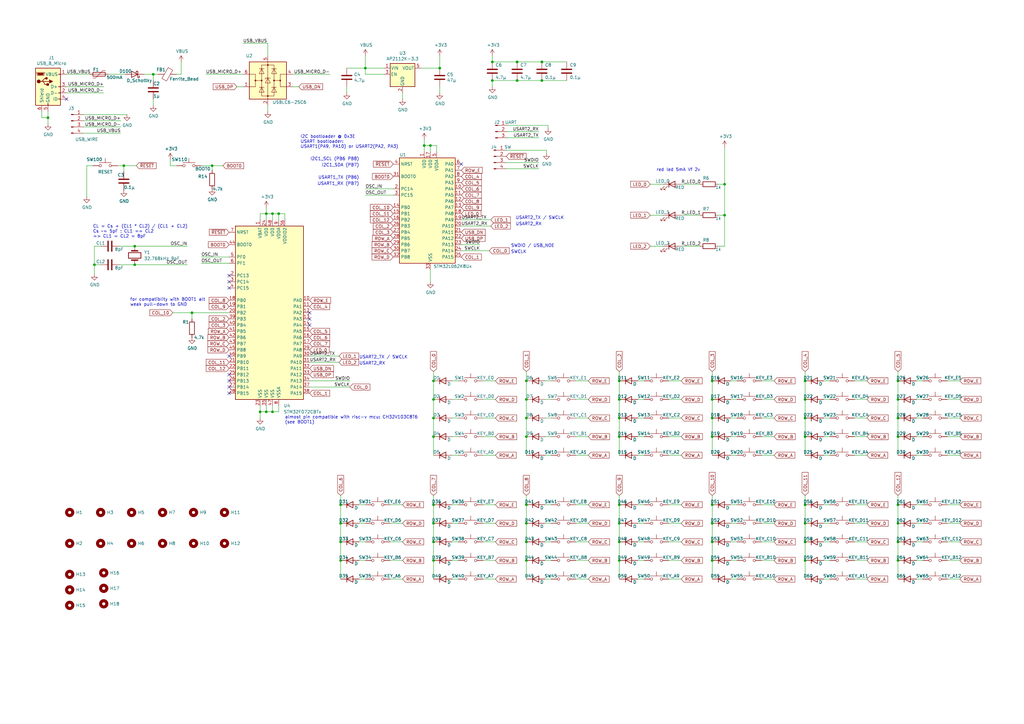
<source format=kicad_sch>
(kicad_sch (version 20211123) (generator eeschema)
  (paper "A3")
  (title_block (date "2022-04-28") (rev "r0.0") (comment 3 "SPDX-License-Identifier: CERN-OHL-W-2.0") (comment 4 "SPDX-FileCopyrightText: 2022 Jules Maselbas <jmaselbas@zdiv.net>"))
  (junction (at 212.09 25.4))
  (junction (at 177.8 229.87))
  (junction (at 368.3 179.07))
  (junction (at 86.995 67.945))
  (junction (at 215.9 222.25))
  (junction (at 109.22 87.63))
  (junction (at 201.93 25.4))
  (junction (at 215.9 207.01))
  (junction (at 215.9 214.63))
  (junction (at 254 156.21))
  (junction (at 330.2 179.07))
  (junction (at 330.2 171.45))
  (junction (at 330.2 207.01))
  (junction (at 173.99 59.69))
  (junction (at 55.245 108.585))
  (junction (at 215.9 171.45))
  (junction (at 254 179.07))
  (junction (at 78.74 128.27))
  (junction (at 330.2 229.87))
  (junction (at 292.1 171.45))
  (junction (at 368.3 229.87))
  (junction (at 177.8 179.07))
  (junction (at 297.18 88.265))
  (junction (at 177.8 222.25))
  (junction (at 222.25 25.4))
  (junction (at 177.8 207.01))
  (junction (at 111.76 87.63))
  (junction (at 368.3 214.63))
  (junction (at 139.7 207.01))
  (junction (at 297.18 75.565))
  (junction (at 114.3 87.63))
  (junction (at 55.245 100.965))
  (junction (at 292.1 163.83))
  (junction (at 215.9 163.83))
  (junction (at 254 207.01))
  (junction (at 62.865 30.48))
  (junction (at 180.34 27.94))
  (junction (at 212.09 33.02))
  (junction (at 254 214.63))
  (junction (at 177.8 171.45))
  (junction (at 139.7 222.25))
  (junction (at 139.7 214.63))
  (junction (at 292.1 229.87))
  (junction (at 330.2 156.21))
  (junction (at 215.9 229.87))
  (junction (at 254 171.45))
  (junction (at 215.9 156.21))
  (junction (at 292.1 179.07))
  (junction (at 254 222.25))
  (junction (at 109.22 168.91))
  (junction (at 368.3 171.45))
  (junction (at 292.1 222.25))
  (junction (at 177.8 214.63))
  (junction (at 222.25 33.02))
  (junction (at 50.8 67.945))
  (junction (at 149.86 27.94))
  (junction (at 368.3 156.21))
  (junction (at 292.1 207.01))
  (junction (at 368.3 163.83))
  (junction (at 368.3 222.25))
  (junction (at 330.2 214.63))
  (junction (at 177.8 156.21))
  (junction (at 254 229.87))
  (junction (at 38.735 108.585))
  (junction (at 177.8 163.83))
  (junction (at 330.2 222.25))
  (junction (at 215.9 179.07))
  (junction (at 330.2 163.83))
  (junction (at 201.93 33.02))
  (junction (at 106.68 168.91))
  (junction (at 176.53 59.69))
  (junction (at 254 163.83))
  (junction (at 19.685 48.26))
  (junction (at 292.1 214.63))
  (junction (at 111.76 168.91))
  (junction (at 368.3 207.01))
  (junction (at 292.1 156.21))
  (junction (at 139.7 229.87))
  (no_connect (at 27.305 40.64))
  (no_connect (at 189.23 67.31))
  (no_connect (at 93.98 153.67))
  (no_connect (at 93.98 156.21))
  (no_connect (at 93.98 158.75))
  (no_connect (at 93.98 161.29))
  (no_connect (at 93.98 146.05))
  (no_connect (at 127 133.35))
  (no_connect (at 93.98 113.03))
  (no_connect (at 127 130.81))
  (no_connect (at 127 128.27))
  (no_connect (at 93.98 118.11))
  (no_connect (at 93.98 115.57))
  (wire (pts (xy 330.2 207.01) (xy 330.2 214.63)))
  (wire (pts (xy 97.155 35.56) (xy 99.695 35.56)))
  (wire (pts (xy 176.53 59.69) (xy 176.53 62.23)))
  (wire (pts (xy 274.32 237.49) (xy 279.4 237.49)))
  (wire (pts (xy 41.275 100.965) (xy 38.735 100.965)))
  (wire (pts (xy 312.42 156.21) (xy 317.5 156.21)))
  (wire (pts (xy 86.995 67.945) (xy 86.995 69.85)))
  (wire (pts (xy 198.12 186.69) (xy 203.2 186.69)))
  (wire (pts (xy 350.52 186.69) (xy 355.6 186.69)))
  (wire (pts (xy 147.32 222.25) (xy 149.86 222.25)))
  (wire (pts (xy 299.72 156.21) (xy 302.26 156.21)))
  (wire (pts (xy 160.02 222.25) (xy 165.1 222.25)))
  (wire (pts (xy 294.64 75.565) (xy 297.18 75.565)))
  (wire (pts (xy 179.07 59.69) (xy 179.07 62.23)))
  (wire (pts (xy 189.23 100.33) (xy 196.85 100.33)))
  (wire (pts (xy 274.32 179.07) (xy 279.4 179.07)))
  (wire (pts (xy 215.9 179.07) (xy 215.9 186.69)))
  (wire (pts (xy 48.895 108.585) (xy 55.245 108.585)))
  (wire (pts (xy 223.52 229.87) (xy 226.06 229.87)))
  (wire (pts (xy 173.99 59.69) (xy 176.53 59.69)))
  (wire (pts (xy 109.22 87.63) (xy 109.22 90.17)))
  (wire (pts (xy 222.25 33.02) (xy 232.41 33.02)))
  (wire (pts (xy 198.12 229.87) (xy 203.2 229.87)))
  (wire (pts (xy 106.68 168.91) (xy 106.68 171.45)))
  (wire (pts (xy 177.8 152.4) (xy 177.8 156.21)))
  (wire (pts (xy 34.29 49.53) (xy 49.53 49.53)))
  (wire (pts (xy 55.245 100.965) (xy 76.835 100.965)))
  (wire (pts (xy 299.72 171.45) (xy 302.26 171.45)))
  (wire (pts (xy 292.1 207.01) (xy 292.1 214.63)))
  (wire (pts (xy 223.52 237.49) (xy 226.06 237.49)))
  (wire (pts (xy 261.62 229.87) (xy 264.16 229.87)))
  (wire (pts (xy 226.06 171.45) (xy 223.52 171.45)))
  (wire (pts (xy 208.28 56.515) (xy 220.98 56.515)))
  (wire (pts (xy 38.735 100.965) (xy 38.735 108.585)))
  (wire (pts (xy 299.72 237.49) (xy 302.26 237.49)))
  (wire (pts (xy 198.12 222.25) (xy 203.2 222.25)))
  (wire (pts (xy 254 222.25) (xy 254 229.87)))
  (wire (pts (xy 149.86 80.01) (xy 161.29 80.01)))
  (wire (pts (xy 236.22 229.87) (xy 241.3 229.87)))
  (wire (pts (xy 292.1 222.25) (xy 292.1 229.87)))
  (wire (pts (xy 292.1 163.83) (xy 292.1 171.45)))
  (wire (pts (xy 120.015 30.48) (xy 135.255 30.48)))
  (wire (pts (xy 111.76 168.91) (xy 114.3 168.91)))
  (wire (pts (xy 388.62 163.83) (xy 393.7 163.83)))
  (wire (pts (xy 337.82 214.63) (xy 340.36 214.63)))
  (wire (pts (xy 261.62 179.07) (xy 264.16 179.07)))
  (wire (pts (xy 274.32 229.87) (xy 279.4 229.87)))
  (wire (pts (xy 292.1 229.87) (xy 292.1 237.49)))
  (wire (pts (xy 236.22 186.69) (xy 241.3 186.69)))
  (wire (pts (xy 368.3 207.01) (xy 368.3 214.63)))
  (wire (pts (xy 224.79 52.705) (xy 224.79 51.435)))
  (wire (pts (xy 330.2 179.07) (xy 330.2 186.69)))
  (wire (pts (xy 111.76 87.63) (xy 111.76 90.17)))
  (wire (pts (xy 62.865 43.18) (xy 62.865 40.64)))
  (wire (pts (xy 38.735 108.585) (xy 41.275 108.585)))
  (wire (pts (xy 127 156.21) (xy 143.51 156.21)))
  (wire (pts (xy 176.53 110.49) (xy 176.53 115.57)))
  (wire (pts (xy 215.9 229.87) (xy 215.9 237.49)))
  (wire (pts (xy 142.24 27.94) (xy 149.86 27.94)))
  (wire (pts (xy 198.12 179.07) (xy 203.2 179.07)))
  (wire (pts (xy 189.23 90.17) (xy 201.295 90.17)))
  (wire (pts (xy 299.72 207.01) (xy 302.26 207.01)))
  (wire (pts (xy 74.295 30.48) (xy 74.295 25.4)))
  (wire (pts (xy 223.52 222.25) (xy 226.06 222.25)))
  (wire (pts (xy 368.3 163.83) (xy 368.3 171.45)))
  (wire (pts (xy 177.8 156.21) (xy 177.8 163.83)))
  (wire (pts (xy 274.32 156.21) (xy 279.4 156.21)))
  (wire (pts (xy 201.93 33.02) (xy 212.09 33.02)))
  (wire (pts (xy 261.62 207.01) (xy 264.16 207.01)))
  (wire (pts (xy 78.74 130.81) (xy 78.74 128.27)))
  (wire (pts (xy 368.3 222.25) (xy 368.3 229.87)))
  (wire (pts (xy 215.9 203.2) (xy 215.9 207.01)))
  (wire (pts (xy 279.4 88.265) (xy 287.02 88.265)))
  (wire (pts (xy 224.79 51.435) (xy 208.28 51.435)))
  (wire (pts (xy 185.42 237.49) (xy 187.96 237.49)))
  (wire (pts (xy 337.82 163.83) (xy 340.36 163.83)))
  (wire (pts (xy 388.62 237.49) (xy 393.7 237.49)))
  (wire (pts (xy 337.82 207.01) (xy 340.36 207.01)))
  (wire (pts (xy 375.92 237.49) (xy 378.46 237.49)))
  (wire (pts (xy 147.32 207.01) (xy 149.86 207.01)))
  (wire (pts (xy 50.8 67.945) (xy 55.88 67.945)))
  (wire (pts (xy 236.22 179.07) (xy 241.3 179.07)))
  (wire (pts (xy 173.99 57.15) (xy 173.99 59.69)))
  (wire (pts (xy 109.22 87.63) (xy 106.68 87.63)))
  (wire (pts (xy 224.155 61.595) (xy 207.645 61.595)))
  (wire (pts (xy 294.64 88.265) (xy 297.18 88.265)))
  (wire (pts (xy 266.7 75.565) (xy 271.78 75.565)))
  (wire (pts (xy 226.06 179.07) (xy 223.52 179.07)))
  (wire (pts (xy 187.96 171.45) (xy 185.42 171.45)))
  (wire (pts (xy 48.895 100.965) (xy 55.245 100.965)))
  (wire (pts (xy 35.56 67.945) (xy 35.56 80.645)))
  (wire (pts (xy 187.96 163.83) (xy 185.42 163.83)))
  (wire (pts (xy 50.8 70.485) (xy 50.8 67.945)))
  (wire (pts (xy 173.99 59.69) (xy 173.99 62.23)))
  (wire (pts (xy 38.735 108.585) (xy 38.735 112.395)))
  (wire (pts (xy 236.22 214.63) (xy 241.3 214.63)))
  (wire (pts (xy 375.92 222.25) (xy 378.46 222.25)))
  (wire (pts (xy 84.455 30.48) (xy 99.695 30.48)))
  (wire (pts (xy 368.3 203.2) (xy 368.3 207.01)))
  (wire (pts (xy 127 158.75) (xy 143.51 158.75)))
  (wire (pts (xy 226.06 163.83) (xy 223.52 163.83)))
  (wire (pts (xy 187.96 156.21) (xy 185.42 156.21)))
  (wire (pts (xy 82.55 105.41) (xy 93.98 105.41)))
  (wire (pts (xy 350.52 214.63) (xy 355.6 214.63)))
  (wire (pts (xy 350.52 179.07) (xy 355.6 179.07)))
  (wire (pts (xy 375.92 214.63) (xy 378.46 214.63)))
  (wire (pts (xy 254 171.45) (xy 254 179.07)))
  (wire (pts (xy 34.29 54.61) (xy 49.53 54.61)))
  (wire (pts (xy 177.8 222.25) (xy 177.8 229.87)))
  (wire (pts (xy 388.62 214.63) (xy 393.7 214.63)))
  (wire (pts (xy 149.86 27.94) (xy 157.48 27.94)))
  (wire (pts (xy 215.9 171.45) (xy 215.9 179.07)))
  (wire (pts (xy 165.1 38.1) (xy 165.1 40.64)))
  (wire (pts (xy 337.82 229.87) (xy 340.36 229.87)))
  (wire (pts (xy 78.74 128.27) (xy 93.98 128.27)))
  (wire (pts (xy 207.645 69.215) (xy 220.98 69.215)))
  (wire (pts (xy 17.145 48.26) (xy 19.685 48.26)))
  (wire (pts (xy 330.2 156.21) (xy 330.2 163.83)))
  (wire (pts (xy 337.82 186.69) (xy 340.36 186.69)))
  (wire (pts (xy 274.32 207.01) (xy 279.4 207.01)))
  (wire (pts (xy 198.12 163.83) (xy 203.2 163.83)))
  (wire (pts (xy 312.42 179.07) (xy 317.5 179.07)))
  (wire (pts (xy 337.82 171.45) (xy 340.36 171.45)))
  (wire (pts (xy 292.1 179.07) (xy 292.1 186.69)))
  (wire (pts (xy 236.22 156.21) (xy 241.3 156.21)))
  (wire (pts (xy 330.2 214.63) (xy 330.2 222.25)))
  (wire (pts (xy 388.62 207.01) (xy 393.7 207.01)))
  (wire (pts (xy 19.685 48.26) (xy 19.685 45.72)))
  (wire (pts (xy 236.22 207.01) (xy 241.3 207.01)))
  (wire (pts (xy 157.48 30.48) (xy 149.86 30.48)))
  (wire (pts (xy 261.62 237.49) (xy 264.16 237.49)))
  (wire (pts (xy 375.92 171.45) (xy 378.46 171.45)))
  (wire (pts (xy 70.866 128.27) (xy 78.74 128.27)))
  (wire (pts (xy 19.685 50.8) (xy 19.685 48.26)))
  (wire (pts (xy 312.42 237.49) (xy 317.5 237.49)))
  (wire (pts (xy 375.92 179.07) (xy 378.46 179.07)))
  (wire (pts (xy 350.52 229.87) (xy 355.6 229.87)))
  (wire (pts (xy 207.645 66.675) (xy 220.98 66.675)))
  (wire (pts (xy 350.52 171.45) (xy 355.6 171.45)))
  (wire (pts (xy 62.865 33.02) (xy 62.865 30.48)))
  (wire (pts (xy 187.96 179.07) (xy 185.42 179.07)))
  (wire (pts (xy 177.8 171.45) (xy 177.8 179.07)))
  (wire (pts (xy 299.72 229.87) (xy 302.26 229.87)))
  (wire (pts (xy 224.155 62.865) (xy 224.155 61.595)))
  (wire (pts (xy 274.32 186.69) (xy 279.4 186.69)))
  (wire (pts (xy 172.72 27.94) (xy 180.34 27.94)))
  (wire (pts (xy 48.26 67.945) (xy 50.8 67.945)))
  (wire (pts (xy 254 179.07) (xy 254 186.69)))
  (wire (pts (xy 368.3 179.07) (xy 368.3 186.69)))
  (wire (pts (xy 215.9 156.21) (xy 215.9 163.83)))
  (wire (pts (xy 261.62 156.21) (xy 264.16 156.21)))
  (wire (pts (xy 177.8 179.07) (xy 177.8 186.69)))
  (wire (pts (xy 44.45 30.48) (xy 51.435 30.48)))
  (wire (pts (xy 236.22 171.45) (xy 241.3 171.45)))
  (wire (pts (xy 109.22 166.37) (xy 109.22 168.91)))
  (wire (pts (xy 312.42 171.45) (xy 317.5 171.45)))
  (wire (pts (xy 198.12 214.63) (xy 203.2 214.63)))
  (wire (pts (xy 261.62 186.69) (xy 264.16 186.69)))
  (wire (pts (xy 222.25 25.4) (xy 232.41 25.4)))
  (wire (pts (xy 294.64 100.965) (xy 297.18 100.965)))
  (wire (pts (xy 236.22 237.49) (xy 241.3 237.49)))
  (wire (pts (xy 185.42 207.01) (xy 187.96 207.01)))
  (wire (pts (xy 111.76 166.37) (xy 111.76 168.91)))
  (wire (pts (xy 198.12 237.49) (xy 203.2 237.49)))
  (wire (pts (xy 189.23 102.87) (xy 200.66 102.87)))
  (wire (pts (xy 312.42 214.63) (xy 317.5 214.63)))
  (wire (pts (xy 62.865 30.48) (xy 64.77 30.48)))
  (wire (pts (xy 299.72 214.63) (xy 302.26 214.63)))
  (wire (pts (xy 139.7 229.87) (xy 139.7 237.49)))
  (wire (pts (xy 330.2 229.87) (xy 330.2 237.49)))
  (wire (pts (xy 34.29 52.07) (xy 49.53 52.07)))
  (wire (pts (xy 127 148.59) (xy 139.065 148.59)))
  (wire (pts (xy 215.9 163.83) (xy 215.9 171.45)))
  (wire (pts (xy 292.1 203.2) (xy 292.1 207.01)))
  (wire (pts (xy 109.22 85.09) (xy 109.22 87.63)))
  (wire (pts (xy 350.52 207.01) (xy 355.6 207.01)))
  (wire (pts (xy 388.62 156.21) (xy 393.7 156.21)))
  (wire (pts (xy 254 156.21) (xy 254 163.83)))
  (wire (pts (xy 111.76 87.63) (xy 114.3 87.63)))
  (wire (pts (xy 330.2 152.4) (xy 330.2 156.21)))
  (wire (pts (xy 55.245 108.585) (xy 76.835 108.585)))
  (wire (pts (xy 254 152.4) (xy 254 156.21)))
  (wire (pts (xy 35.56 67.945) (xy 38.1 67.945)))
  (wire (pts (xy 160.02 214.63) (xy 165.1 214.63)))
  (wire (pts (xy 177.8 214.63) (xy 177.8 222.25)))
  (wire (pts (xy 297.18 75.565) (xy 297.18 88.265)))
  (wire (pts (xy 312.42 163.83) (xy 317.5 163.83)))
  (wire (pts (xy 375.92 229.87) (xy 378.46 229.87)))
  (wire (pts (xy 142.24 35.56) (xy 142.24 38.1)))
  (wire (pts (xy 139.7 222.25) (xy 139.7 229.87)))
  (wire (pts (xy 160.02 229.87) (xy 165.1 229.87)))
  (wire (pts (xy 201.93 22.86) (xy 201.93 25.4)))
  (wire (pts (xy 254 203.2) (xy 254 207.01)))
  (wire (pts (xy 388.62 186.69) (xy 393.7 186.69)))
  (wire (pts (xy 177.8 163.83) (xy 177.8 171.45)))
  (wire (pts (xy 337.82 179.07) (xy 340.36 179.07)))
  (wire (pts (xy 176.53 59.69) (xy 179.07 59.69)))
  (wire (pts (xy 330.2 171.45) (xy 330.2 179.07)))
  (wire (pts (xy 17.145 45.72) (xy 17.145 48.26)))
  (wire (pts (xy 198.12 171.45) (xy 203.2 171.45)))
  (wire (pts (xy 350.52 163.83) (xy 355.6 163.83)))
  (wire (pts (xy 82.55 107.95) (xy 93.98 107.95)))
  (wire (pts (xy 375.92 186.69) (xy 378.46 186.69)))
  (wire (pts (xy 109.22 168.91) (xy 111.76 168.91)))
  (wire (pts (xy 292.1 214.63) (xy 292.1 222.25)))
  (wire (pts (xy 337.82 156.21) (xy 340.36 156.21)))
  (wire (pts (xy 86.995 67.945) (xy 91.44 67.945)))
  (wire (pts (xy 254 207.01) (xy 254 214.63)))
  (wire (pts (xy 312.42 207.01) (xy 317.5 207.01)))
  (wire (pts (xy 177.8 229.87) (xy 177.8 237.49)))
  (wire (pts (xy 261.62 171.45) (xy 264.16 171.45)))
  (wire (pts (xy 208.28 53.975) (xy 220.98 53.975)))
  (wire (pts (xy 185.42 229.87) (xy 187.96 229.87)))
  (wire (pts (xy 215.9 214.63) (xy 215.9 222.25)))
  (wire (pts (xy 106.68 166.37) (xy 106.68 168.91)))
  (wire (pts (xy 236.22 163.83) (xy 241.3 163.83)))
  (wire (pts (xy 368.3 171.45) (xy 368.3 179.07)))
  (wire (pts (xy 212.09 25.4) (xy 222.25 25.4)))
  (wire (pts (xy 388.62 171.45) (xy 393.7 171.45)))
  (wire (pts (xy 299.72 222.25) (xy 302.26 222.25)))
  (wire (pts (xy 215.9 152.4) (xy 215.9 156.21)))
  (wire (pts (xy 261.62 163.83) (xy 264.16 163.83)))
  (wire (pts (xy 261.62 214.63) (xy 264.16 214.63)))
  (wire (pts (xy 330.2 222.25) (xy 330.2 229.87)))
  (wire (pts (xy 261.62 222.25) (xy 264.16 222.25)))
  (wire (pts (xy 114.3 87.63) (xy 116.84 87.63)))
  (wire (pts (xy 106.68 168.91) (xy 109.22 168.91)))
  (wire (pts (xy 34.29 46.99) (xy 52.07 46.99)))
  (wire (pts (xy 312.42 229.87) (xy 317.5 229.87)))
  (wire (pts (xy 388.62 222.25) (xy 393.7 222.25)))
  (wire (pts (xy 266.7 100.965) (xy 271.78 100.965)))
  (wire (pts (xy 201.93 33.02) (xy 201.93 35.56)))
  (wire (pts (xy 177.8 207.01) (xy 177.8 214.63)))
  (wire (pts (xy 149.86 27.94) (xy 149.86 22.86)))
  (wire (pts (xy 147.32 214.63) (xy 149.86 214.63)))
  (wire (pts (xy 223.52 207.01) (xy 226.06 207.01)))
  (wire (pts (xy 147.32 229.87) (xy 149.86 229.87)))
  (wire (pts (xy 388.62 179.07) (xy 393.7 179.07)))
  (wire (pts (xy 160.02 237.49) (xy 165.1 237.49)))
  (wire (pts (xy 59.055 30.48) (xy 62.865 30.48)))
  (wire (pts (xy 375.92 163.83) (xy 378.46 163.83)))
  (wire (pts (xy 185.42 222.25) (xy 187.96 222.25)))
  (wire (pts (xy 330.2 203.2) (xy 330.2 207.01)))
  (wire (pts (xy 254 229.87) (xy 254 237.49)))
  (wire (pts (xy 337.82 222.25) (xy 340.36 222.25)))
  (wire (pts (xy 109.22 87.63) (xy 111.76 87.63)))
  (wire (pts (xy 215.9 222.25) (xy 215.9 229.87)))
  (wire (pts (xy 106.68 87.63) (xy 106.68 90.17)))
  (wire (pts (xy 292.1 156.21) (xy 292.1 163.83)))
  (wire (pts (xy 147.32 237.49) (xy 149.86 237.49)))
  (wire (pts (xy 114.3 87.63) (xy 114.3 90.17)))
  (wire (pts (xy 236.22 222.25) (xy 241.3 222.25)))
  (wire (pts (xy 201.93 25.4) (xy 212.09 25.4)))
  (wire (pts (xy 279.4 100.965) (xy 287.02 100.965)))
  (wire (pts (xy 350.52 237.49) (xy 355.6 237.49)))
  (wire (pts (xy 139.7 207.01) (xy 139.7 214.63)))
  (wire (pts (xy 375.92 207.01) (xy 378.46 207.01)))
  (wire (pts (xy 215.9 207.01) (xy 215.9 214.63)))
  (wire (pts (xy 266.7 88.265) (xy 271.78 88.265)))
  (wire (pts (xy 189.23 92.71) (xy 201.295 92.71)))
  (wire (pts (xy 297.18 88.265) (xy 297.18 100.965)))
  (wire (pts (xy 350.52 156.21) (xy 355.6 156.21)))
  (wire (pts (xy 139.7 214.63) (xy 139.7 222.25)))
  (wire (pts (xy 337.82 237.49) (xy 340.36 237.49)))
  (wire (pts (xy 69.85 65.405) (xy 69.85 67.945)))
  (wire (pts (xy 149.86 77.47) (xy 161.29 77.47)))
  (wire (pts (xy 368.3 152.4) (xy 368.3 156.21)))
  (wire (pts (xy 198.12 156.21) (xy 203.2 156.21)))
  (wire (pts (xy 330.2 163.83) (xy 330.2 171.45)))
  (wire (pts (xy 292.1 152.4) (xy 292.1 156.21)))
  (wire (pts (xy 299.72 179.07) (xy 302.26 179.07)))
  (wire (pts (xy 160.02 207.01) (xy 165.1 207.01)))
  (wire (pts (xy 177.8 203.2) (xy 177.8 207.01)))
  (wire (pts (xy 312.42 186.69) (xy 317.5 186.69)))
  (wire (pts (xy 375.92 156.21) (xy 378.46 156.21)))
  (wire (pts (xy 139.7 203.2) (xy 139.7 207.01)))
  (wire (pts (xy 312.42 222.25) (xy 317.5 222.25)))
  (wire (pts (xy 274.32 163.83) (xy 279.4 163.83)))
  (wire (pts (xy 116.84 87.63) (xy 116.84 90.17)))
  (wire (pts (xy 254 163.83) (xy 254 171.45)))
  (wire (pts (xy 198.12 207.01) (xy 203.2 207.01)))
  (wire (pts (xy 27.305 35.56) (xy 42.545 35.56)))
  (wire (pts (xy 82.55 67.945) (xy 86.995 67.945)))
  (wire (pts (xy 74.295 30.48) (xy 72.39 30.48)))
  (wire (pts (xy 368.3 214.63) (xy 368.3 222.25)))
  (wire (pts (xy 149.86 30.48) (xy 149.86 27.94)))
  (wire (pts (xy 297.18 60.325) (xy 297.18 75.565)))
  (wire (pts (xy 226.06 186.69) (xy 223.52 186.69)))
  (wire (pts (xy 299.72 163.83) (xy 302.26 163.83)))
  (wire (pts (xy 99.695 17.78) (xy 109.855 17.78)))
  (wire (pts (xy 254 214.63) (xy 254 222.25)))
  (wire (pts (xy 226.06 156.21) (xy 223.52 156.21)))
  (wire (pts (xy 185.42 214.63) (xy 187.96 214.63)))
  (wire (pts (xy 120.015 35.56) (xy 122.555 35.56)))
  (wire (pts (xy 180.34 35.56) (xy 180.34 38.1)))
  (wire (pts (xy 299.72 186.69) (xy 302.26 186.69)))
  (wire (pts (xy 223.52 214.63) (xy 226.06 214.63)))
  (wire (pts (xy 127 146.05) (xy 139.065 146.05)))
  (wire (pts (xy 350.52 222.25) (xy 355.6 222.25)))
  (wire (pts (xy 69.85 67.945) (xy 72.39 67.945)))
  (wire (pts (xy 388.62 229.87) (xy 393.7 229.87)))
  (wire (pts (xy 274.32 222.25) (xy 279.4 222.25)))
  (wire (pts (xy 292.1 171.45) (xy 292.1 179.07)))
  (wire (pts (xy 212.09 33.02) (xy 222.25 33.02)))
  (wire (pts (xy 109.855 22.86) (xy 109.855 17.78)))
  (wire (pts (xy 180.34 27.94) (xy 180.34 22.86)))
  (wire (pts (xy 27.305 38.1) (xy 42.545 38.1)))
  (wire (pts (xy 109.855 43.18) (xy 109.855 45.72)))
  (wire (pts (xy 187.96 186.69) (xy 185.42 186.69)))
  (wire (pts (xy 368.3 229.87) (xy 368.3 237.49)))
  (wire (pts (xy 114.3 168.91) (xy 114.3 166.37)))
  (wire (pts (xy 274.32 171.45) (xy 279.4 171.45)))
  (wire (pts (xy 368.3 156.21) (xy 368.3 163.83)))
  (wire (pts (xy 279.4 75.565) (xy 287.02 75.565)))
  (wire (pts (xy 27.305 30.48) (xy 36.83 30.48)))
  (wire (pts (xy 274.32 214.63) (xy 279.4 214.63)))
  (text "USART1_TX (PB6)" (at 147.32 73.66 180) (effects (font (size 1.27 1.27)) (justify right bottom)))
  (text "I2C1_SDA (PB7)" (at 147.32 68.58 180) (effects (font (size 1.27 1.27)) (justify right bottom)))
  (text "USART2_TX / SWCLK" (at 147.32 147.32 0) (effects (font (size 1.27 1.27)) (justify left bottom)))
  (text "SWDIO / USB_NOE" (at 209.55 101.6 0) (effects (font (size 1.27 1.27)) (justify left bottom)))
  (text "I2C bootloader @ 0x3E\nUSART bootloader:\nUSART1(PA9, PA10) or USART2(PA2, PA3)" (at 123.19 60.96 0) (effects (font (size 1.27 1.27)) (justify left bottom)))
  (text "SWCLK" (at 209.55 104.14 0) (effects (font (size 1.27 1.27)) (justify left bottom)))
  (text "USART1_RX (PB7)" (at 147.32 76.2 180) (effects (font (size 1.27 1.27)) (justify right bottom)))
  (text "USART2_RX" (at 147.32 149.86 0) (effects (font (size 1.27 1.27)) (justify left bottom)))
  (text "for compatiblity with BOOT1 alt\nweak pull-down to GND" (at 53.34 125.73 0) (effects (font (size 1.27 1.27)) (justify left bottom)))
  (text "almost pin compatible with risc-v mcu: CH32V103C8T6\n(see BOOT1)" (at 116.84 173.99 0) (effects (font (size 1.27 1.27)) (justify left bottom)))
  (text "red led 5mA Vf 2v" (at 269.24 70.485 0) (effects (font (size 1.27 1.27)) (justify left bottom)))
  (text "USART2_RX" (at 211.455 92.71 0) (effects (font (size 1.27 1.27)) (justify left bottom)))
  (text "CL = Cs + (CL1 * CL2) / (CL1 + CL2)\nCs ~= 5pF ; CL1 == CL2\n=> CL1 = CL2 = 8pF" (at 38.1 97.79 0) (effects (font (size 1.27 1.27)) (justify left bottom)))
  (text "USART2_TX / SWCLK" (at 211.455 90.17 0) (effects (font (size 1.27 1.27)) (justify left bottom)))
  (text "I2C1_SCL (PB6 PB8)" (at 147.32 66.04 180) (effects (font (size 1.27 1.27)) (justify right bottom)))
  (label "USB_MICRO_D-" (at 49.53 52.07 180))
  (label "OSC_IN" (at 82.55 105.41 0))
  (label "USB_VBUS" (at 27.305 30.48 0))
  (label "USART2_TX" (at 220.98 56.515 180))
  (label "USB_MICRO_D+" (at 42.545 35.56 180))
  (label "USB_MICRO_D+" (at 84.455 30.48 0))
  (label "USART2_RX" (at 189.23 92.71 0))
  (label "OSC_IN" (at 76.835 100.965 180))
  (label "OSC_OUT" (at 76.835 108.585 180))
  (label "SWDIO" (at 220.98 66.675 180))
  (label "USART2_RX" (at 220.98 53.975 180))
  (label "SWDIO" (at 143.51 156.21 180))
  (label "OSC_OUT" (at 149.86 80.01 0))
  (label "R_LED_2" (at 279.4 100.965 0))
  (label "SWCLK" (at 143.51 158.75 180))
  (label "USB_VBUS" (at 49.53 54.61 180))
  (label "SWCLK" (at 196.85 102.87 180))
  (label "OSC_OUT" (at 82.55 107.95 0))
  (label "USB_MICRO_D+" (at 49.53 49.53 180))
  (label "USB_VBUS" (at 99.695 17.78 0))
  (label "SWCLK" (at 220.98 69.215 180))
  (label "R_LED_0" (at 279.4 75.565 0))
  (label "SWDIO" (at 196.85 100.33 180))
  (label "USART2_RX" (at 127 148.59 0))
  (label "USB_MICRO_D-" (at 135.255 30.48 180))
  (label "OSC_IN" (at 149.86 77.47 0))
  (label "USART2_TX" (at 127 146.05 0))
  (label "USB_MICRO_D-" (at 42.545 38.1 180))
  (label "USART2_TX" (at 189.23 90.17 0))
  (label "R_LED_1" (at 279.4 88.265 0))
  (global_label "ROW_E" (shape input) (at 203.2 207.01 0) (property "Intersheet References" "${INTERSHEET_REFS}" (effects hide)))
  (global_label "COL_0" (shape input) (at 200.66 102.87 0) (property "Intersheet References" "${INTERSHEET_REFS}" (effects hide)))
  (global_label "COL_8" (shape input) (at 215.9 203.2 90) (property "Intersheet References" "${INTERSHEET_REFS}" (effects hide)))
  (global_label "ROW_B" (shape input) (at 317.5 179.07 0) (property "Intersheet References" "${INTERSHEET_REFS}" (effects hide)))
  (global_label "ROW_A" (shape input) (at 279.4 186.69 0) (property "Intersheet References" "${INTERSHEET_REFS}" (effects hide)))
  (global_label "~{RESET}" (shape input) (at 93.98 95.25 180) (property "Intersheet References" "${INTERSHEET_REFS}" (effects hide)))
  (global_label "ROW_B" (shape input) (at 355.6 179.07 0) (property "Intersheet References" "${INTERSHEET_REFS}" (effects hide)))
  (global_label "LED_0" (shape input) (at 266.7 75.565 180) (property "Intersheet References" "${INTERSHEET_REFS}" (effects hide)))
  (global_label "ROW_A" (shape input) (at 241.3 186.69 0) (property "Intersheet References" "${INTERSHEET_REFS}" (effects hide)))
  (global_label "COL_3" (shape input) (at 292.1 152.4 90) (property "Intersheet References" "${INTERSHEET_REFS}" (effects hide)))
  (global_label "ROW_C" (shape input) (at 203.2 171.45 0) (property "Intersheet References" "${INTERSHEET_REFS}" (effects hide)))
  (global_label "COL_11" (shape input) (at 93.98 148.59 180) (property "Intersheet References" "${INTERSHEET_REFS}" (effects hide)))
  (global_label "ROW_A" (shape input) (at 393.7 237.49 0) (property "Intersheet References" "${INTERSHEET_REFS}" (effects hide)))
  (global_label "USB_DP" (shape input) (at 189.23 97.79 0) (property "Intersheet References" "${INTERSHEET_REFS}" (effects hide)))
  (global_label "ROW_B" (shape input) (at 241.3 179.07 0) (property "Intersheet References" "${INTERSHEET_REFS}" (effects hide)))
  (global_label "ROW_A" (shape input) (at 165.1 237.49 0) (property "Intersheet References" "${INTERSHEET_REFS}" (effects hide)))
  (global_label "COL_5" (shape input) (at 368.3 152.4 90) (property "Intersheet References" "${INTERSHEET_REFS}" (effects hide)))
  (global_label "COL_5" (shape input) (at 127 135.89 0) (property "Intersheet References" "${INTERSHEET_REFS}" (effects hide)))
  (global_label "LED_1" (shape input) (at 139.065 146.05 0) (property "Intersheet References" "${INTERSHEET_REFS}" (effects hide)))
  (global_label "COL_5" (shape input) (at 189.23 74.93 0) (property "Intersheet References" "${INTERSHEET_REFS}" (effects hide)))
  (global_label "ROW_B" (shape input) (at 203.2 179.07 0) (property "Intersheet References" "${INTERSHEET_REFS}" (effects hide)))
  (global_label "ROW_D" (shape input) (at 279.4 163.83 0) (property "Intersheet References" "${INTERSHEET_REFS}" (effects hide)))
  (global_label "ROW_D" (shape input) (at 393.7 163.83 0) (property "Intersheet References" "${INTERSHEET_REFS}" (effects hide)))
  (global_label "BOOT0" (shape input) (at 161.29 72.39 180) (property "Intersheet References" "${INTERSHEET_REFS}" (effects hide)))
  (global_label "USB_DP" (shape input) (at 97.155 35.56 180) (property "Intersheet References" "${INTERSHEET_REFS}" (effects hide)))
  (global_label "COL_8" (shape input) (at 189.23 82.55 0) (property "Intersheet References" "${INTERSHEET_REFS}" (effects hide)))
  (global_label "LED_2" (shape input) (at 266.7 100.965 180) (property "Intersheet References" "${INTERSHEET_REFS}" (effects hide)))
  (global_label "ROW_B" (shape input) (at 393.7 179.07 0) (property "Intersheet References" "${INTERSHEET_REFS}" (effects hide)))
  (global_label "ROW_A" (shape input) (at 161.29 97.79 180) (property "Intersheet References" "${INTERSHEET_REFS}" (effects hide)))
  (global_label "ROW_D" (shape input) (at 279.4 214.63 0) (property "Intersheet References" "${INTERSHEET_REFS}" (effects hide)))
  (global_label "COL_2" (shape input) (at 93.98 130.81 180) (property "Intersheet References" "${INTERSHEET_REFS}" (effects hide)))
  (global_label "ROW_C" (shape input) (at 317.5 171.45 0) (property "Intersheet References" "${INTERSHEET_REFS}" (effects hide)))
  (global_label "COL_9" (shape input) (at 93.98 125.73 180) (property "Intersheet References" "${INTERSHEET_REFS}" (effects hide)))
  (global_label "COL_3" (shape input) (at 93.98 133.35 180) (property "Intersheet References" "${INTERSHEET_REFS}" (effects hide)))
  (global_label "ROW_D" (shape input) (at 93.98 143.51 180) (property "Intersheet References" "${INTERSHEET_REFS}" (effects hide)))
  (global_label "ROW_B" (shape input) (at 355.6 229.87 0) (property "Intersheet References" "${INTERSHEET_REFS}" (effects hide)))
  (global_label "BOOT0" (shape input) (at 93.98 100.33 180) (property "Intersheet References" "${INTERSHEET_REFS}" (effects hide)))
  (global_label "COL_7" (shape input) (at 189.23 80.01 0) (property "Intersheet References" "${INTERSHEET_REFS}" (effects hide)))
  (global_label "ROW_D" (shape input) (at 355.6 214.63 0) (property "Intersheet References" "${INTERSHEET_REFS}" (effects hide)))
  (global_label "ROW_D" (shape input) (at 241.3 214.63 0) (property "Intersheet References" "${INTERSHEET_REFS}" (effects hide)))
  (global_label "COL_3" (shape input) (at 161.29 95.25 180) (property "Intersheet References" "${INTERSHEET_REFS}" (effects hide)))
  (global_label "LED_0" (shape input) (at 127 143.51 0) (property "Intersheet References" "${INTERSHEET_REFS}" (effects hide)))
  (global_label "ROW_A" (shape input) (at 393.7 186.69 0) (property "Intersheet References" "${INTERSHEET_REFS}" (effects hide)))
  (global_label "LED_1" (shape input) (at 201.295 90.17 0) (property "Intersheet References" "${INTERSHEET_REFS}" (effects hide)))
  (global_label "ROW_E" (shape input) (at 241.3 207.01 0) (property "Intersheet References" "${INTERSHEET_REFS}" (effects hide)))
  (global_label "COL_6" (shape input) (at 189.23 77.47 0) (property "Intersheet References" "${INTERSHEET_REFS}" (effects hide)))
  (global_label "COL_12" (shape input) (at 93.98 151.13 180) (property "Intersheet References" "${INTERSHEET_REFS}" (effects hide)))
  (global_label "BOOT0" (shape input) (at 91.44 67.945 0) (property "Intersheet References" "${INTERSHEET_REFS}" (effects hide)))
  (global_label "ROW_A" (shape input) (at 241.3 237.49 0) (property "Intersheet References" "${INTERSHEET_REFS}" (effects hide)))
  (global_label "LED_2" (shape input) (at 139.065 148.59 0) (property "Intersheet References" "${INTERSHEET_REFS}" (effects hide)))
  (global_label "COL_1" (shape input) (at 215.9 152.4 90) (property "Intersheet References" "${INTERSHEET_REFS}" (effects hide)))
  (global_label "COL_7" (shape input) (at 177.8 203.2 90) (property "Intersheet References" "${INTERSHEET_REFS}" (effects hide)))
  (global_label "ROW_C" (shape input) (at 355.6 171.45 0) (property "Intersheet References" "${INTERSHEET_REFS}" (effects hide)))
  (global_label "ROW_B" (shape input) (at 165.1 229.87 0) (property "Intersheet References" "${INTERSHEET_REFS}" (effects hide)))
  (global_label "COL_7" (shape input) (at 127 140.97 0) (property "Intersheet References" "${INTERSHEET_REFS}" (effects hide)))
  (global_label "ROW_A" (shape input) (at 93.98 135.89 180) (property "Intersheet References" "${INTERSHEET_REFS}" (effects hide)))
  (global_label "ROW_E" (shape input) (at 189.23 69.85 0) (property "Intersheet References" "${INTERSHEET_REFS}" (effects hide)))
  (global_label "ROW_A" (shape input) (at 279.4 237.49 0) (property "Intersheet References" "${INTERSHEET_REFS}" (effects hide)))
  (global_label "ROW_E" (shape input) (at 127 123.19 0) (property "Intersheet References" "${INTERSHEET_REFS}" (effects hide)))
  (global_label "ROW_B" (shape input) (at 93.98 138.43 180) (property "Intersheet References" "${INTERSHEET_REFS}" (effects hide)))
  (global_label "ROW_B" (shape input) (at 317.5 229.87 0) (property "Intersheet References" "${INTERSHEET_REFS}" (effects hide)))
  (global_label "ROW_C" (shape input) (at 393.7 222.25 0) (property "Intersheet References" "${INTERSHEET_REFS}" (effects hide)))
  (global_label "ROW_E" (shape input) (at 279.4 207.01 0) (property "Intersheet References" "${INTERSHEET_REFS}" (effects hide)))
  (global_label "ROW_D" (shape input) (at 165.1 214.63 0) (property "Intersheet References" "${INTERSHEET_REFS}" (effects hide)))
  (global_label "COL_4" (shape input) (at 189.23 72.39 0) (property "Intersheet References" "${INTERSHEET_REFS}" (effects hide)))
  (global_label "ROW_B" (shape input) (at 279.4 179.07 0) (property "Intersheet References" "${INTERSHEET_REFS}" (effects hide)))
  (global_label "LED_0" (shape input) (at 189.23 87.63 0) (property "Intersheet References" "${INTERSHEET_REFS}" (effects hide)))
  (global_label "ROW_E" (shape input) (at 165.1 207.01 0) (property "Intersheet References" "${INTERSHEET_REFS}" (effects hide)))
  (global_label "ROW_E" (shape input) (at 317.5 156.21 0) (property "Intersheet References" "${INTERSHEET_REFS}" (effects hide)))
  (global_label "ROW_C" (shape input) (at 161.29 102.87 180) (property "Intersheet References" "${INTERSHEET_REFS}" (effects hide)))
  (global_label "ROW_E" (shape input) (at 203.2 156.21 0) (property "Intersheet References" "${INTERSHEET_REFS}" (effects hide)))
  (global_label "ROW_C" (shape input) (at 93.98 140.97 180) (property "Intersheet References" "${INTERSHEET_REFS}" (effects hide)))
  (global_label "ROW_E" (shape input) (at 355.6 207.01 0) (property "Intersheet References" "${INTERSHEET_REFS}" (effects hide)))
  (global_label "ROW_B" (shape input) (at 203.2 229.87 0) (property "Intersheet References" "${INTERSHEET_REFS}" (effects hide)))
  (global_label "ROW_A" (shape input) (at 355.6 186.69 0) (property "Intersheet References" "${INTERSHEET_REFS}" (effects hide)))
  (global_label "COL_10" (shape input) (at 70.866 128.27 180) (property "Intersheet References" "${INTERSHEET_REFS}" (effects hide)))
  (global_label "ROW_C" (shape input) (at 393.7 171.45 0) (property "Intersheet References" "${INTERSHEET_REFS}" (effects hide)))
  (global_label "COL_1" (shape input) (at 189.23 105.41 0) (property "Intersheet References" "${INTERSHEET_REFS}" (effects hide)))
  (global_label "ROW_B" (shape input) (at 161.29 100.33 180) (property "Intersheet References" "${INTERSHEET_REFS}" (effects hide)))
  (global_label "ROW_A" (shape input) (at 203.2 237.49 0) (property "Intersheet References" "${INTERSHEET_REFS}" (effects hide)))
  (global_label "ROW_C" (shape input) (at 355.6 222.25 0) (property "Intersheet References" "${INTERSHEET_REFS}" (effects hide)))
  (global_label "ROW_D" (shape input) (at 241.3 163.83 0) (property "Intersheet References" "${INTERSHEET_REFS}" (effects hide)))
  (global_label "COL_2" (shape input) (at 161.29 92.71 180) (property "Intersheet References" "${INTERSHEET_REFS}" (effects hide)))
  (global_label "~{RESET}" (shape input) (at 207.645 64.135 0) (property "Intersheet References" "${INTERSHEET_REFS}" (effects hide)))
  (global_label "USB_DN" (shape input) (at 127 151.13 0) (property "Intersheet References" "${INTERSHEET_REFS}" (effects hide)))
  (global_label "ROW_D" (shape input) (at 393.7 214.63 0) (property "Intersheet References" "${INTERSHEET_REFS}" (effects hide)))
  (global_label "COL_12" (shape input) (at 161.29 90.17 180) (property "Intersheet References" "${INTERSHEET_REFS}" (effects hide)))
  (global_label "COL_4" (shape input) (at 330.2 152.4 90) (property "Intersheet References" "${INTERSHEET_REFS}" (effects hide)))
  (global_label "COL_9" (shape input) (at 189.23 85.09 0) (property "Intersheet References" "${INTERSHEET_REFS}" (effects hide)))
  (global_label "ROW_B" (shape input) (at 279.4 229.87 0) (property "Intersheet References" "${INTERSHEET_REFS}" (effects hide)))
  (global_label "ROW_E" (shape input) (at 241.3 156.21 0) (property "Intersheet References" "${INTERSHEET_REFS}" (effects hide)))
  (global_label "ROW_E" (shape input) (at 279.4 156.21 0) (property "Intersheet References" "${INTERSHEET_REFS}" (effects hide)))
  (global_label "LED_2" (shape input) (at 201.295 92.71 0) (property "Intersheet References" "${INTERSHEET_REFS}" (effects hide)))
  (global_label "~{RESET}" (shape input) (at 55.88 67.945 0) (property "Intersheet References" "${INTERSHEET_REFS}" (effects hide)))
  (global_label "COL_2" (shape input) (at 254 152.4 90) (property "Intersheet References" "${INTERSHEET_REFS}" (effects hide)))
  (global_label "COL_11" (shape input) (at 161.29 87.63 180) (property "Intersheet References" "${INTERSHEET_REFS}" (effects hide)))
  (global_label "ROW_C" (shape input) (at 279.4 171.45 0) (property "Intersheet References" "${INTERSHEET_REFS}" (effects hide)))
  (global_label "COL_0" (shape input) (at 143.51 158.75 0) (property "Intersheet References" "${INTERSHEET_REFS}" (effects hide)))
  (global_label "COL_8" (shape input) (at 93.98 123.19 180) (property "Intersheet References" "${INTERSHEET_REFS}" (effects hide)))
  (global_label "~{RESET}" (shape input) (at 161.29 67.31 180) (property "Intersheet References" "${INTERSHEET_REFS}" (effects hide)))
  (global_label "ROW_E" (shape input) (at 393.7 207.01 0) (property "Intersheet References" "${INTERSHEET_REFS}" (effects hide)))
  (global_label "COL_9" (shape input) (at 254 203.2 90) (property "Intersheet References" "${INTERSHEET_REFS}" (effects hide)))
  (global_label "ROW_A" (shape input) (at 317.5 237.49 0) (property "Intersheet References" "${INTERSHEET_REFS}" (effects hide)))
  (global_label "COL_11" (shape input) (at 330.2 203.2 90) (property "Intersheet References" "${INTERSHEET_REFS}" (effects hide)))
  (global_label "ROW_D" (shape input) (at 355.6 163.83 0) (property "Intersheet References" "${INTERSHEET_REFS}" (effects hide)))
  (global_label "ROW_D" (shape input) (at 161.29 105.41 180) (property "Intersheet References" "${INTERSHEET_REFS}" (effects hide)))
  (global_label "ROW_C" (shape input) (at 279.4 222.25 0) (property "Intersheet References" "${INTERSHEET_REFS}" (effects hide)))
  (global_label "ROW_D" (shape input) (at 203.2 163.83 0) (property "Intersheet References" "${INTERSHEET_REFS}" (effects hide)))
  (global_label "ROW_A" (shape input) (at 203.2 186.69 0) (property "Intersheet References" "${INTERSHEET_REFS}" (effects hide)))
  (global_label "ROW_A" (shape input) (at 317.5 186.69 0) (property "Intersheet References" "${INTERSHEET_REFS}" (effects hide)))
  (global_label "ROW_D" (shape input) (at 317.5 214.63 0) (property "Intersheet References" "${INTERSHEET_REFS}" (effects hide)))
  (global_label "ROW_B" (shape input) (at 241.3 229.87 0) (property "Intersheet References" "${INTERSHEET_REFS}" (effects hide)))
  (global_label "COL_10" (shape input) (at 292.1 203.2 90) (property "Intersheet References" "${INTERSHEET_REFS}" (effects hide)))
  (global_label "COL_10" (shape input) (at 161.29 85.09 180) (property "Intersheet References" "${INTERSHEET_REFS}" (effects hide)))
  (global_label "ROW_B" (shape input) (at 393.7 229.87 0) (property "Intersheet References" "${INTERSHEET_REFS}" (effects hide)))
  (global_label "ROW_D" (shape input) (at 203.2 214.63 0) (property "Intersheet References" "${INTERSHEET_REFS}" (effects hide)))
  (global_label "LED_1" (shape input) (at 266.7 88.265 180) (property "Intersheet References" "${INTERSHEET_REFS}" (effects hide)))
  (global_label "COL_12" (shape input) (at 368.3 203.2 90) (property "Intersheet References" "${INTERSHEET_REFS}" (effects hide)))
  (global_label "ROW_E" (shape input) (at 317.5 207.01 0) (property "Intersheet References" "${INTERSHEET_REFS}" (effects hide)))
  (global_label "ROW_C" (shape input) (at 203.2 222.25 0) (property "Intersheet References" "${INTERSHEET_REFS}" (effects hide)))
  (global_label "ROW_D" (shape input) (at 317.5 163.83 0) (property "Intersheet References" "${INTERSHEET_REFS}" (effects hide)))
  (global_label "USB_DN" (shape input) (at 122.555 35.56 0) (property "Intersheet References" "${INTERSHEET_REFS}" (effects hide)))
  (global_label "USB_DN" (shape input) (at 189.23 95.25 0) (property "Intersheet References" "${INTERSHEET_REFS}" (effects hide)))
  (global_label "ROW_E" (shape input) (at 393.7 156.21 0) (property "Intersheet References" "${INTERSHEET_REFS}" (effects hide)))
  (global_label "COL_0" (shape input) (at 177.8 152.4 90) (property "Intersheet References" "${INTERSHEET_REFS}" (effects hide)))
  (global_label "ROW_C" (shape input) (at 165.1 222.25 0) (property "Intersheet References" "${INTERSHEET_REFS}" (effects hide)))
  (global_label "COL_6" (shape input) (at 139.7 203.2 90) (property "Intersheet References" "${INTERSHEET_REFS}" (effects hide)))
  (global_label "ROW_E" (shape input) (at 355.6 156.21 0) (property "Intersheet References" "${INTERSHEET_REFS}" (effects hide)))
  (global_label "ROW_C" (shape input) (at 317.5 222.25 0) (property "Intersheet References" "${INTERSHEET_REFS}" (effects hide)))
  (global_label "ROW_C" (shape input) (at 241.3 222.25 0) (property "Intersheet References" "${INTERSHEET_REFS}" (effects hide)))
  (global_label "ROW_A" (shape input) (at 355.6 237.49 0) (property "Intersheet References" "${INTERSHEET_REFS}" (effects hide)))
  (global_label "ROW_C" (shape input) (at 241.3 171.45 0) (property "Intersheet References" "${INTERSHEET_REFS}" (effects hide)))
  (global_label "COL_4" (shape input) (at 127 125.73 0) (property "Intersheet References" "${INTERSHEET_REFS}" (effects hide)))
  (global_label "COL_1" (shape input) (at 127 161.29 0) (property "Intersheet References" "${INTERSHEET_REFS}" (effects hide)))
  (global_label "COL_6" (shape input) (at 127 138.43 0) (property "Intersheet References" "${INTERSHEET_REFS}" (effects hide)))
  (global_label "USB_DP" (shape input) (at 127 153.67 0) (property "Intersheet References" "${INTERSHEET_REFS}" (effects hide)))
  (symbol (lib_id "Mechanical:MountingHole") (at 28.575 210.185 0) (unit 1)
    (property "Reference" "H1" (at 31.115 210.185 0) (effects (justify left)))
    (property "Value" "MountingHole" (effects hide))
    (property "Footprint" "MountingHole:MountingHole_2.2mm_M2_ISO14580" (effects hide))
  )
  (symbol (lib_id "Connector:USB_B_Micro") (at 19.685 35.56 0) (unit 1)
    (property "Reference" "J1" (at 21.1328 23.6982 0))
    (property "Value" "USB_B_Micro" (at 21.1328 26.0096 0))
    (property "Footprint" "Connector_USB:USB_Micro-B_Amphenol_10118194_Horizontal" (effects hide))
  )
  (symbol (lib_id "Mechanical:MountingHole") (at 28.575 222.885 0) (unit 1)
    (property "Reference" "H2" (at 31.115 222.885 0) (effects (justify left)))
    (property "Value" "MountingHole" (effects hide))
    (property "Footprint" "MountingHole:MountingHole_2.2mm_M2_ISO14580" (effects hide))
  )
  (symbol (lib_id "Mechanical:MountingHole") (at 41.275 210.185 0) (unit 1)
    (property "Reference" "H3" (at 43.815 210.185 0) (effects (justify left)))
    (property "Value" "MountingHole" (effects hide))
    (property "Footprint" "MountingHole:MountingHole_2.2mm_M2_ISO14580" (effects hide))
  )
  (symbol (lib_id "Mechanical:MountingHole") (at 41.275 222.885 0) (unit 1)
    (property "Reference" "H4" (at 43.815 222.885 0) (effects (justify left)))
    (property "Value" "MountingHole" (effects hide))
    (property "Footprint" "MountingHole:MountingHole_2.2mm_M2_ISO14580" (effects hide))
  )
  (symbol (lib_id "Mechanical:MountingHole") (at 53.975 210.185 0) (unit 1)
    (property "Reference" "H5" (at 56.515 210.185 0) (effects (justify left)))
    (property "Value" "MountingHole" (effects hide))
    (property "Footprint" "MountingHole:MountingHole_2.2mm_M2_ISO14580" (effects hide))
  )
  (symbol (lib_id "Mechanical:MountingHole") (at 53.975 222.885 0) (unit 1)
    (property "Reference" "H6" (at 56.515 222.885 0) (effects (justify left)))
    (property "Value" "MountingHole" (effects hide))
    (property "Footprint" "MountingHole:MountingHole_2.2mm_M2_ISO14580" (effects hide))
  )
  (symbol (lib_id "Mechanical:MountingHole") (at 66.675 210.185 0) (unit 1)
    (property "Reference" "H7" (at 69.215 210.185 0) (effects (justify left)))
    (property "Value" "MountingHole" (effects hide))
    (property "Footprint" "MountingHole:MountingHole_2.2mm_M2_ISO14580" (effects hide))
  )
  (symbol (lib_id "Mechanical:MountingHole") (at 66.675 222.885 0) (unit 1)
    (property "Reference" "H8" (at 69.215 222.885 0) (effects (justify left)))
    (property "Value" "MountingHole" (effects hide))
    (property "Footprint" "MountingHole:MountingHole_2.2mm_M2_ISO14580" (effects hide))
  )
  (symbol (lib_id "Power_Protection:USBLC6-2SC6") (at 109.855 33.02 0) (unit 1)
    (property "Reference" "U2" (at 102.235 22.86 0))
    (property "Value" "USBLC6-2SC6" (at 118.745 41.91 0))
    (property "Footprint" "Package_TO_SOT_SMD:SOT-23-6" (effects hide))
    (property "Datasheet" "https://www.st.com/resource/en/datasheet/usblc6-2.pdf" (effects hide))
  )
  (symbol (lib_id "power:GND") (at 176.53 115.57 0) (unit 1)
    (property "Reference" "#PWR0107" (effects hide))
    (property "Value" "GND" (at 176.657 119.9642 0))
  )
  (symbol (lib_id "Switch:SW_Push") (at 77.47 67.945 0) (unit 1)
    (property "Reference" "SW110" (at 73.66 65.405 0))
    (property "Value" "BOOT0" (at 83.185 69.215 0))
    (property "Footprint" "Button_Switch_THT:SW_PUSH_6mm" (effects hide))
  )
  (symbol (lib_id "Switch:SW_Push") (at 43.18 67.945 0) (unit 1)
    (property "Reference" "SW100" (at 38.735 65.405 0))
    (property "Value" "RESET" (at 43.18 70.485 0))
    (property "Footprint" "Button_Switch_THT:SW_PUSH_6mm" (effects hide))
  )
  (symbol (lib_id "Device:C") (at 50.8 74.295 0) (unit 1)
    (property "Reference" "C3" (at 48.26 71.755 0) (effects (justify left)))
    (property "Value" "0.1µ" (at 50.8 76.835 0) (effects (justify left)))
    (property "Footprint" "Capacitor_SMD:C_0402_1005Metric" (effects hide))
  )
  (symbol (lib_id "Device:R") (at 86.995 73.66 180) (unit 1)
    (property "Reference" "R14" (at 83.185 72.39 0))
    (property "Value" "4.7k" (at 91.44 77.47 0) (effects (justify left)))
    (property "Footprint" "Resistor_SMD:R_0402_1005Metric" (effects hide))
  )
  (symbol (lib_id "Device:LED") (at 275.59 75.565 0) (unit 1)
    (property "Reference" "LED_0" (at 271.78 74.295 0))
    (property "Value" "RED" (at 276.86 76.835 0) (effects (justify left)))
    (property "Footprint" "LED_SMD:LED_0603_1608Metric" (effects hide))
  )
  (symbol (lib_id "Device:LED") (at 275.59 88.265 0) (unit 1)
    (property "Reference" "LED_1" (at 271.78 86.995 0))
    (property "Value" "RED" (at 276.86 89.535 0) (effects (justify left)))
    (property "Footprint" "LED_SMD:LED_0603_1608Metric" (effects hide))
  )
  (symbol (lib_id "Device:LED") (at 275.59 100.965 0) (unit 1)
    (property "Reference" "LED_2" (at 271.78 99.695 0))
    (property "Value" "RED" (at 276.86 102.235 0) (effects (justify left)))
    (property "Footprint" "LED_SMD:LED_0603_1608Metric" (effects hide))
  )
  (symbol (lib_id "power:GND") (at 109.855 45.72 0) (unit 1)
    (property "Reference" "#PWR0117" (effects hide))
    (property "Value" "GND" (at 109.982 50.1142 0))
  )
  (symbol (lib_id "Device:Ferrite_Bead") (at 68.58 30.48 270) (unit 1)
    (property "Reference" "FB1" (at 66.04 28.575 90))
    (property "Value" "Ferrite_Bead" (at 75.565 32.385 90))
    (property "Footprint" "Inductor_SMD:L_0805_2012Metric" (effects hide))
  )
  (symbol (lib_id "Device:C") (at 62.865 36.83 0) (unit 1)
    (property "Reference" "C2" (at 62.865 34.29 0) (effects (justify left)))
    (property "Value" "1µ" (at 62.865 39.37 0) (effects (justify left)))
    (property "Footprint" "Capacitor_SMD:C_0603_1608Metric" (effects hide))
  )
  (symbol (lib_id "power:GND") (at 19.685 50.8 0) (unit 1)
    (property "Reference" "#PWR04" (effects hide))
    (property "Value" "GND" (at 19.812 55.1942 0))
  )
  (symbol (lib_id "power:GND") (at 50.8 78.105 0) (unit 1)
    (property "Reference" "#PWR0108" (effects hide))
    (property "Value" "GND" (at 50.927 82.4992 0))
  )
  (symbol (lib_id "Device:R") (at 290.83 75.565 270) (unit 1)
    (property "Reference" "R6" (at 289.56 73.025 90))
    (property "Value" "1k" (at 293.37 76.835 90) (effects (justify left)))
    (property "Footprint" "Resistor_SMD:R_0402_1005Metric" (effects hide))
  )
  (symbol (lib_id "Device:R") (at 290.83 88.265 270) (unit 1)
    (property "Reference" "R7" (at 289.56 85.725 90))
    (property "Value" "1k" (at 293.37 89.535 90) (effects (justify left)))
    (property "Footprint" "Resistor_SMD:R_0402_1005Metric" (effects hide))
  )
  (symbol (lib_id "Device:R") (at 290.83 100.965 270) (unit 1)
    (property "Reference" "R8" (at 289.56 98.425 90))
    (property "Value" "1k" (at 293.37 102.235 90) (effects (justify left)))
    (property "Footprint" "Resistor_SMD:R_0402_1005Metric" (effects hide))
  )
  (symbol (lib_id "power:VBUS") (at 74.295 25.4 0) (unit 1)
    (property "Reference" "#PWR03" (effects hide))
    (property "Value" "VBUS" (at 74.676 21.0058 0))
  )
  (symbol (lib_id "Switch:SW_Push") (at 193.04 207.01 0) (unit 1)
    (property "Reference" "SW36" (at 190.5 205.74 0) (effects (justify right)))
    (property "Value" "KEY_E7" (at 195.58 205.74 0) (effects (justify left)))
    (property "Footprint" "mx_switch:SW_Cherry_MX_1.00u_Hot_PCB_Reversible" (effects hide))
  )
  (symbol (lib_id "Switch:SW_Push") (at 193.04 214.63 0) (unit 1)
    (property "Reference" "SW37" (at 190.5 213.36 0) (effects (justify right)))
    (property "Value" "KEY_D7" (at 195.58 213.36 0) (effects (justify left)))
    (property "Footprint" "mx_switch:SW_Cherry_MX_1.00u_Hot_PCB_Reversible" (effects hide))
  )
  (symbol (lib_id "Switch:SW_Push") (at 193.04 222.25 0) (unit 1)
    (property "Reference" "SW38" (at 190.5 220.98 0) (effects (justify right)))
    (property "Value" "KEY_C7" (at 195.58 220.98 0) (effects (justify left)))
    (property "Footprint" "mx_switch:SW_Cherry_MX_1.00u_Hot_PCB_Reversible" (effects hide))
  )
  (symbol (lib_id "Switch:SW_Push") (at 193.04 229.87 0) (unit 1)
    (property "Reference" "SW39" (at 190.5 228.6 0) (effects (justify right)))
    (property "Value" "KEY_B7" (at 195.58 228.6 0) (effects (justify left)))
    (property "Footprint" "mx_switch:SW_Cherry_MX_1.00u_Hot_PCB_Reversible" (effects hide))
  )
  (symbol (lib_id "Switch:SW_Push") (at 231.14 214.63 0) (unit 1)
    (property "Reference" "SW42" (at 228.6 213.36 0) (effects (justify right)))
    (property "Value" "KEY_D8" (at 233.68 213.36 0) (effects (justify left)))
    (property "Footprint" "mx_switch:SW_Cherry_MX_1.00u_Hot_PCB_Reversible" (effects hide))
  )
  (symbol (lib_id "Switch:SW_Push") (at 231.14 222.25 0) (unit 1)
    (property "Reference" "SW43" (at 228.6 220.98 0) (effects (justify right)))
    (property "Value" "KEY_C8" (at 233.68 220.98 0) (effects (justify left)))
    (property "Footprint" "mx_switch:SW_Cherry_MX_1.00u_Hot_PCB_Reversible" (effects hide))
  )
  (symbol (lib_id "Switch:SW_Push") (at 231.14 229.87 0) (unit 1)
    (property "Reference" "SW44" (at 228.6 228.6 0) (effects (justify right)))
    (property "Value" "KEY_B8" (at 233.68 228.6 0) (effects (justify left)))
    (property "Footprint" "mx_switch:SW_Cherry_MX_1.00u_Hot_PCB_Reversible" (effects hide))
  )
  (symbol (lib_id "Switch:SW_Push") (at 231.14 237.49 0) (unit 1)
    (property "Reference" "SW45" (at 228.6 236.22 0) (effects (justify right)))
    (property "Value" "KEY_A8" (at 233.68 236.22 0) (effects (justify left)))
    (property "Footprint" "mx_switch:SW_Cherry_MX_1.00u_Hot_PCB_Reversible" (effects hide))
  )
  (symbol (lib_id "Switch:SW_Push") (at 231.14 207.01 0) (unit 1)
    (property "Reference" "SW41" (at 228.6 205.74 0) (effects (justify right)))
    (property "Value" "KEY_E8" (at 233.68 205.74 0) (effects (justify left)))
    (property "Footprint" "mx_switch:SW_Cherry_MX_1.00u_Hot_PCB_Reversible" (effects hide))
  )
  (symbol (lib_id "power:GND") (at 35.56 80.645 0) (unit 1)
    (property "Reference" "#PWR0109" (effects hide))
    (property "Value" "GND" (at 35.687 85.0392 0))
  )
  (symbol (lib_id "power:+3V3") (at 69.85 65.405 0) (unit 1)
    (property "Reference" "#PWR0114" (effects hide))
    (property "Value" "+3V3" (at 70.231 61.0108 0))
  )
  (symbol (lib_id "power:+3V3") (at 297.18 60.325 0) (unit 1)
    (property "Reference" "#PWR05" (effects hide))
    (property "Value" "+3V3" (at 297.561 55.9308 0))
  )
  (symbol (lib_id "power:GND") (at 62.865 43.18 0) (unit 1)
    (property "Reference" "#PWR0118" (effects hide))
    (property "Value" "GND" (at 62.992 47.5742 0))
  )
  (symbol (lib_id "Device:C") (at 180.34 31.75 0) (unit 1)
    (property "Reference" "C5" (at 183.261 30.5816 0) (effects (justify left)))
    (property "Value" "47µ" (at 183.261 32.893 0) (effects (justify left)))
    (property "Footprint" "Capacitor_SMD:C_0603_1608Metric" (effects hide))
  )
  (symbol (lib_id "power:GND") (at 201.93 35.56 0) (unit 1)
    (property "Reference" "#PWR0115" (effects hide))
    (property "Value" "GND" (at 202.057 39.9542 0))
  )
  (symbol (lib_id "Device:C") (at 142.24 31.75 0) (unit 1)
    (property "Reference" "C4" (at 145.161 30.5816 0) (effects (justify left)))
    (property "Value" "4.7µ" (at 145.161 32.893 0) (effects (justify left)))
    (property "Footprint" "Capacitor_SMD:C_0603_1608Metric" (effects hide))
  )
  (symbol (lib_id "Regulator_Linear:AP2112K-3.3") (at 165.1 30.48 0) (unit 1)
    (property "Reference" "U3" (at 165.1 21.7932 0))
    (property "Value" "AP2112K-3.3" (at 165.1 24.1046 0))
    (property "Footprint" "Package_TO_SOT_SMD:SOT-23-5" (effects hide))
    (property "Datasheet" "https://www.diodes.com/assets/Datasheets/AP2112.pdf" (effects hide))
  )
  (symbol (lib_id "power:GND") (at 165.1 40.64 0) (unit 1)
    (property "Reference" "#PWR0101" (effects hide))
    (property "Value" "GND" (at 165.227 45.0342 0))
  )
  (symbol (lib_id "power:+3V3") (at 201.93 22.86 0) (unit 1)
    (property "Reference" "#PWR0116" (effects hide))
    (property "Value" "+3V3" (at 202.311 18.4658 0))
  )
  (symbol (lib_id "power:GND") (at 142.24 38.1 0) (unit 1)
    (property "Reference" "#PWR0112" (effects hide))
    (property "Value" "GND" (at 142.367 42.4942 0))
  )
  (symbol (lib_id "power:VBUS") (at 149.86 22.86 0) (unit 1)
    (property "Reference" "#PWR0110" (effects hide))
    (property "Value" "VBUS" (at 150.241 18.4658 0))
  )
  (symbol (lib_id "power:GND") (at 180.34 38.1 0) (unit 1)
    (property "Reference" "#PWR0113" (effects hide))
    (property "Value" "GND" (at 180.467 42.4942 0))
  )
  (symbol (lib_id "Device:C") (at 222.25 29.21 0) (unit 1)
    (property "Reference" "C8" (at 223.52 26.67 0) (effects (justify left)))
    (property "Value" "0.1µ" (at 223.52 31.75 0) (effects (justify left)))
    (property "Footprint" "Capacitor_SMD:C_0402_1005Metric" (effects hide))
  )
  (symbol (lib_id "Device:C") (at 212.09 29.21 0) (unit 1)
    (property "Reference" "C7" (at 213.36 26.67 0) (effects (justify left)))
    (property "Value" "4.7µ" (at 213.36 31.75 0) (effects (justify left)))
    (property "Footprint" "Capacitor_SMD:C_0603_1608Metric" (effects hide))
  )
  (symbol (lib_id "power:+3V3") (at 180.34 22.86 0) (unit 1)
    (property "Reference" "#PWR0111" (effects hide))
    (property "Value" "+3V3" (at 180.721 18.4658 0))
  )
  (symbol (lib_id "Device:C") (at 232.41 29.21 0) (unit 1)
    (property "Reference" "C9" (at 233.68 26.67 0) (effects (justify left)))
    (property "Value" "0.1µ" (at 233.68 31.75 0) (effects (justify left)))
    (property "Footprint" "Capacitor_SMD:C_0402_1005Metric" (effects hide))
  )
  (symbol (lib_id "Device:C") (at 201.93 29.21 0) (unit 1)
    (property "Reference" "C6" (at 203.2 26.67 0) (effects (justify left)))
    (property "Value" "4.7µ" (at 203.2 31.75 0) (effects (justify left)))
    (property "Footprint" "Capacitor_SMD:C_0603_1608Metric" (effects hide))
  )
  (symbol (lib_id "Switch:SW_Push") (at 231.14 156.21 0) (unit 1)
    (property "Reference" "SW6" (at 228.6 154.94 0) (effects (justify right)))
    (property "Value" "KEY_E1" (at 233.68 154.94 0) (effects (justify left)))
    (property "Footprint" "mx_switch:SW_Cherry_MX_1.00u_Hot_PCB_Reversible" (effects hide))
  )
  (symbol (lib_id "Switch:SW_Push") (at 231.14 163.83 0) (unit 1)
    (property "Reference" "SW7" (at 228.6 162.56 0) (effects (justify right)))
    (property "Value" "KEY_D1" (at 233.68 162.56 0) (effects (justify left)))
    (property "Footprint" "mx_switch:SW_Cherry_MX_1.00u_Hot_PCB_Reversible" (effects hide))
  )
  (symbol (lib_id "Switch:SW_Push") (at 231.14 171.45 0) (unit 1)
    (property "Reference" "SW8" (at 228.6 170.18 0) (effects (justify right)))
    (property "Value" "KEY_C1" (at 233.68 170.18 0) (effects (justify left)))
    (property "Footprint" "mx_switch:SW_Cherry_MX_1.00u_Hot_PCB_Reversible" (effects hide))
  )
  (symbol (lib_id "Switch:SW_Push") (at 231.14 179.07 0) (unit 1)
    (property "Reference" "SW9" (at 228.6 177.8 0) (effects (justify right)))
    (property "Value" "KEY_B1" (at 233.68 177.8 0) (effects (justify left)))
    (property "Footprint" "mx_switch:SW_Cherry_MX_1.00u_Hot_PCB_Reversible" (effects hide))
  )
  (symbol (lib_id "Switch:SW_Push") (at 269.24 156.21 0) (unit 1)
    (property "Reference" "SW11" (at 266.7 154.94 0) (effects (justify right)))
    (property "Value" "KEY_E2" (at 271.78 154.94 0) (effects (justify left)))
    (property "Footprint" "mx_switch:SW_Cherry_MX_1.00u_Hot_PCB_Reversible" (effects hide))
  )
  (symbol (lib_id "Switch:SW_Push") (at 269.24 163.83 0) (unit 1)
    (property "Reference" "SW12" (at 266.7 162.56 0) (effects (justify right)))
    (property "Value" "KEY_D2" (at 271.78 162.56 0) (effects (justify left)))
    (property "Footprint" "mx_switch:SW_Cherry_MX_1.00u_Hot_PCB_Reversible" (effects hide))
  )
  (symbol (lib_id "Switch:SW_Push") (at 269.24 171.45 0) (unit 1)
    (property "Reference" "SW13" (at 266.7 170.18 0) (effects (justify right)))
    (property "Value" "KEY_C2" (at 271.78 170.18 0) (effects (justify left)))
    (property "Footprint" "mx_switch:SW_Cherry_MX_1.00u_Hot_PCB_Reversible" (effects hide))
  )
  (symbol (lib_id "Switch:SW_Push") (at 269.24 179.07 0) (unit 1)
    (property "Reference" "SW14" (at 266.7 177.8 0) (effects (justify right)))
    (property "Value" "KEY_B2" (at 271.78 177.8 0) (effects (justify left)))
    (property "Footprint" "mx_switch:SW_Cherry_MX_1.00u_Hot_PCB_Reversible" (effects hide))
  )
  (symbol (lib_id "Switch:SW_Push") (at 269.24 186.69 0) (unit 1)
    (property "Reference" "SW15" (at 266.7 185.42 0) (effects (justify right)))
    (property "Value" "KEY_A2" (at 271.78 185.42 0) (effects (justify left)))
    (property "Footprint" "mx_switch:SW_Cherry_MX_1.00u_Hot_PCB_Reversible" (effects hide))
  )
  (symbol (lib_id "Switch:SW_Push") (at 307.34 156.21 0) (unit 1)
    (property "Reference" "SW16" (at 304.8 154.94 0) (effects (justify right)))
    (property "Value" "KEY_E3" (at 309.88 154.94 0) (effects (justify left)))
    (property "Footprint" "mx_switch:SW_Cherry_MX_1.00u_Hot_PCB_Reversible" (effects hide))
  )
  (symbol (lib_id "Switch:SW_Push") (at 307.34 163.83 0) (unit 1)
    (property "Reference" "SW17" (at 304.8 162.56 0) (effects (justify right)))
    (property "Value" "KEY_D3" (at 309.88 162.56 0) (effects (justify left)))
    (property "Footprint" "mx_switch:SW_Cherry_MX_1.00u_Hot_PCB_Reversible" (effects hide))
  )
  (symbol (lib_id "Switch:SW_Push") (at 307.34 171.45 0) (unit 1)
    (property "Reference" "SW18" (at 304.8 170.18 0) (effects (justify right)))
    (property "Value" "KEY_C3" (at 309.88 170.18 0) (effects (justify left)))
    (property "Footprint" "mx_switch:SW_Cherry_MX_1.00u_Hot_PCB_Reversible" (effects hide))
  )
  (symbol (lib_id "Switch:SW_Push") (at 307.34 179.07 0) (unit 1)
    (property "Reference" "SW19" (at 304.8 177.8 0) (effects (justify right)))
    (property "Value" "KEY_B3" (at 309.88 177.8 0) (effects (justify left)))
    (property "Footprint" "mx_switch:SW_Cherry_MX_1.00u_Hot_PCB_Reversible" (effects hide))
  )
  (symbol (lib_id "Switch:SW_Push") (at 307.34 186.69 0) (unit 1)
    (property "Reference" "SW20" (at 304.8 185.42 0) (effects (justify right)))
    (property "Value" "KEY_A3" (at 309.88 185.42 0) (effects (justify left)))
    (property "Footprint" "mx_switch:SW_Cherry_MX_1.00u_Hot_PCB_Reversible" (effects hide))
  )
  (symbol (lib_id "Switch:SW_Push") (at 345.44 156.21 0) (unit 1)
    (property "Reference" "SW21" (at 342.9 154.94 0) (effects (justify right)))
    (property "Value" "KEY_E4" (at 349.25 154.94 0) (effects (justify left)))
    (property "Footprint" "mx_switch:SW_Cherry_MX_1.00u_Hot_PCB_Reversible" (effects hide))
  )
  (symbol (lib_id "Switch:SW_Push") (at 345.44 163.83 0) (unit 1)
    (property "Reference" "SW22" (at 342.9 162.56 0) (effects (justify right)))
    (property "Value" "KEY_D4" (at 349.25 162.56 0) (effects (justify left)))
    (property "Footprint" "mx_switch:SW_Cherry_MX_1.00u_Hot_PCB_Reversible" (effects hide))
  )
  (symbol (lib_id "Switch:SW_Push") (at 345.44 171.45 0) (unit 1)
    (property "Reference" "SW23" (at 342.9 170.18 0) (effects (justify right)))
    (property "Value" "KEY_C4" (at 349.25 170.18 0) (effects (justify left)))
    (property "Footprint" "mx_switch:SW_Cherry_MX_1.00u_Hot_PCB_Reversible" (effects hide))
  )
  (symbol (lib_id "Switch:SW_Push") (at 345.44 179.07 0) (unit 1)
    (property "Reference" "SW24" (at 342.9 177.8 0) (effects (justify right)))
    (property "Value" "KEY_B4" (at 349.25 177.8 0) (effects (justify left)))
    (property "Footprint" "mx_switch:SW_Cherry_MX_1.00u_Hot_PCB_Reversible" (effects hide))
  )
  (symbol (lib_id "power:+3V3") (at 173.99 57.15 0) (unit 1)
    (property "Reference" "#PWR0102" (effects hide))
    (property "Value" "+3V3" (at 174.371 52.7558 0))
  )
  (symbol (lib_id "Switch:SW_Push") (at 269.24 237.49 0) (unit 1)
    (property "Reference" "SW50" (at 266.7 236.22 0) (effects (justify right)))
    (property "Value" "KEY_A9" (at 271.78 236.22 0) (effects (justify left)))
    (property "Footprint" "mx_switch:SW_Cherry_MX_1.00u_Hot_PCB_Reversible" (effects hide))
  )
  (symbol (lib_id "Device:D") (at 219.71 214.63 0) (unit 1)
    (property "Reference" "D42" (at 217.17 213.36 0))
    (property "Value" "D" (at 222.25 215.9 0))
    (property "Footprint" "Diode_SMD:D_SOD-123" (effects hide))
  )
  (symbol (lib_id "Mechanical:MountingHole") (at 92.075 222.885 0) (unit 1)
    (property "Reference" "H12" (at 94.615 222.885 0) (effects (justify left)))
    (property "Value" "MountingHole" (effects hide))
    (property "Footprint" "MountingHole:MountingHole_2.2mm_M2_ISO14580" (effects hide))
  )
  (symbol (lib_id "Switch:SW_Push") (at 383.54 163.83 0) (unit 1)
    (property "Reference" "SW27" (at 381 162.56 0) (effects (justify right)))
    (property "Value" "KEY_D5" (at 387.35 162.56 0) (effects (justify left)))
    (property "Footprint" "mx_switch:SW_Cherry_MX_1.00u_Hot_PCB_Reversible" (effects hide))
  )
  (symbol (lib_id "Switch:SW_Push") (at 231.14 186.69 0) (unit 1)
    (property "Reference" "SW10" (at 228.6 185.42 0) (effects (justify right)))
    (property "Value" "KEY_A1" (at 233.68 185.42 0) (effects (justify left)))
    (property "Footprint" "mx_switch:SW_Cherry_MX_1.00u_Hot_PCB_Reversible" (effects hide))
  )
  (symbol (lib_id "power:GND") (at 86.995 77.47 0) (unit 1)
    (property "Reference" "#PWR0119" (effects hide))
    (property "Value" "GND" (at 87.122 81.8642 0))
  )
  (symbol (lib_id "Device:D") (at 372.11 186.69 0) (unit 1)
    (property "Reference" "D30" (at 369.57 185.42 0))
    (property "Value" "D" (at 374.65 187.96 0))
    (property "Footprint" "Diode_SMD:D_SOD-123" (effects hide))
  )
  (symbol (lib_id "Device:D") (at 181.61 186.69 0) (unit 1)
    (property "Reference" "D5" (at 179.07 185.42 0))
    (property "Value" "D" (at 184.15 187.96 0))
    (property "Footprint" "Diode_SMD:D_SOD-123" (effects hide))
  )
  (symbol (lib_id "Device:Polyfuse") (at 40.64 30.48 270) (unit 1)
    (property "Reference" "F1" (at 39.37 28.575 90))
    (property "Value" "500mA" (at 46.99 31.75 90))
    (property "Footprint" "Fuse:Fuse_0805_2012Metric" (effects hide))
  )
  (symbol (lib_id "Device:D") (at 257.81 186.69 0) (unit 1)
    (property "Reference" "D15" (at 255.27 185.42 0))
    (property "Value" "D" (at 260.35 187.96 0))
    (property "Footprint" "Diode_SMD:D_SOD-123" (effects hide))
  )
  (symbol (lib_id "Device:D") (at 372.11 207.01 0) (unit 1)
    (property "Reference" "D61" (at 369.57 205.74 0))
    (property "Value" "D" (at 374.65 208.28 0))
    (property "Footprint" "Diode_SMD:D_SOD-123" (effects hide))
  )
  (symbol (lib_id "Mechanical:MountingHole") (at 28.575 235.585 0) (unit 1)
    (property "Reference" "H13" (at 31.115 235.585 0) (effects (justify left)))
    (property "Value" "MountingHole" (effects hide))
    (property "Footprint" "MountingHole:MountingHole_2.2mm_M2_ISO14580" (effects hide))
  )
  (symbol (lib_id "Mechanical:MountingHole") (at 79.375 210.185 0) (unit 1)
    (property "Reference" "H9" (at 81.915 210.185 0) (effects (justify left)))
    (property "Value" "MountingHole" (effects hide))
    (property "Footprint" "MountingHole:MountingHole_2.2mm_M2_ISO14580" (effects hide))
  )
  (symbol (lib_id "Device:D") (at 219.71 156.21 0) (unit 1)
    (property "Reference" "D6" (at 217.17 154.94 0))
    (property "Value" "D" (at 222.25 157.48 0))
    (property "Footprint" "Diode_SMD:D_SOD-123" (effects hide))
  )
  (symbol (lib_id "Mechanical:MountingHole") (at 42.545 241.3 0) (unit 1)
    (property "Reference" "H17" (at 45.085 241.3 0) (effects (justify left)))
    (property "Value" "MountingHole" (effects hide))
    (property "Footprint" "MountingHole:MountingHole_2.2mm_M2_ISO14580" (effects hide))
  )
  (symbol (lib_id "Connector:Conn_01x03_Male") (at 203.2 53.975 0) (unit 1)
    (property "Reference" "J2" (at 203.835 50.165 0))
    (property "Value" "UART" (at 209.55 50.165 0))
    (property "Footprint" "Connector_PinHeader_2.54mm:PinHeader_1x03_P2.54mm_Vertical" (effects hide))
  )
  (symbol (lib_id "Switch:SW_Push") (at 345.44 207.01 0) (unit 1)
    (property "Reference" "SW56" (at 342.9 205.74 0) (effects (justify right)))
    (property "Value" "KEY_E11" (at 347.98 205.74 0) (effects (justify left)))
    (property "Footprint" "mx_switch:SW_Cherry_MX_1.00u_Hot_PCB_Reversible" (effects hide))
  )
  (symbol (lib_id "Mechanical:MountingHole") (at 79.375 222.885 0) (unit 1)
    (property "Reference" "H10" (at 81.915 222.885 0) (effects (justify left)))
    (property "Value" "MountingHole" (effects hide))
    (property "Footprint" "MountingHole:MountingHole_2.2mm_M2_ISO14580" (effects hide))
  )
  (symbol (lib_id "Device:D") (at 372.11 237.49 0) (unit 1)
    (property "Reference" "D65" (at 369.57 236.22 0))
    (property "Value" "D" (at 374.65 238.76 0))
    (property "Footprint" "Diode_SMD:D_SOD-123" (effects hide))
  )
  (symbol (lib_id "Switch:SW_Push") (at 307.34 229.87 0) (unit 1)
    (property "Reference" "SW54" (at 304.8 228.6 0) (effects (justify right)))
    (property "Value" "KEY_B10" (at 309.88 228.6 0) (effects (justify left)))
    (property "Footprint" "mx_switch:SW_Cherry_MX_1.00u_Hot_PCB_Reversible" (effects hide))
  )
  (symbol (lib_id "Device:D") (at 372.11 171.45 0) (unit 1)
    (property "Reference" "D28" (at 369.57 170.18 0))
    (property "Value" "D" (at 374.65 172.72 0))
    (property "Footprint" "Diode_SMD:D_SOD-123" (effects hide))
  )
  (symbol (lib_id "Device:D") (at 372.11 163.83 0) (unit 1)
    (property "Reference" "D27" (at 369.57 162.56 0))
    (property "Value" "D" (at 374.65 165.1 0))
    (property "Footprint" "Diode_SMD:D_SOD-123" (effects hide))
  )
  (symbol (lib_id "Device:D") (at 334.01 207.01 0) (unit 1)
    (property "Reference" "D56" (at 331.47 205.74 0))
    (property "Value" "D" (at 336.55 208.28 0))
    (property "Footprint" "Diode_SMD:D_SOD-123" (effects hide))
  )
  (symbol (lib_id "Switch:SW_Push") (at 269.24 222.25 0) (unit 1)
    (property "Reference" "SW48" (at 266.7 220.98 0) (effects (justify right)))
    (property "Value" "KEY_C9" (at 271.78 220.98 0) (effects (justify left)))
    (property "Footprint" "mx_switch:SW_Cherry_MX_1.00u_Hot_PCB_Reversible" (effects hide))
  )
  (symbol (lib_id "Device:D") (at 334.01 229.87 0) (unit 1)
    (property "Reference" "D59" (at 331.47 228.6 0))
    (property "Value" "D" (at 336.55 231.14 0))
    (property "Footprint" "Diode_SMD:D_SOD-123" (effects hide))
  )
  (symbol (lib_id "Switch:SW_Push") (at 345.44 186.69 0) (unit 1)
    (property "Reference" "SW25" (at 342.9 185.42 0) (effects (justify right)))
    (property "Value" "KEY_A4" (at 349.25 185.42 0) (effects (justify left)))
    (property "Footprint" "mx_switch:SW_Cherry_MX_1.00u_Hot_PCB_Reversible" (effects hide))
  )
  (symbol (lib_id "Device:D") (at 143.51 207.01 0) (unit 1)
    (property "Reference" "D31" (at 140.97 205.74 0))
    (property "Value" "D" (at 146.05 208.28 0))
    (property "Footprint" "Diode_SMD:D_SOD-123" (effects hide))
  )
  (symbol (lib_id "power:GND") (at 224.155 62.865 0) (unit 1)
    (property "Reference" "#PWR0120" (effects hide))
    (property "Value" "GND" (at 224.282 67.2592 0))
  )
  (symbol (lib_id "Device:R") (at 78.74 134.62 180) (unit 1)
    (property "Reference" "R1" (at 76.2 132.08 0))
    (property "Value" "4.7k" (at 83.82 138.43 0) (effects (justify left)))
    (property "Footprint" "Resistor_SMD:R_0402_1005Metric" (effects hide))
  )
  (symbol (lib_id "Switch:SW_Push") (at 269.24 229.87 0) (unit 1)
    (property "Reference" "SW49" (at 266.7 228.6 0) (effects (justify right)))
    (property "Value" "KEY_B9" (at 271.78 228.6 0) (effects (justify left)))
    (property "Footprint" "mx_switch:SW_Cherry_MX_1.00u_Hot_PCB_Reversible" (effects hide))
  )
  (symbol (lib_id "Connector:Conn_01x04_Male") (at 202.565 64.135 0) (unit 1)
    (property "Reference" "J4" (at 202.565 60.325 0))
    (property "Value" "SW" (at 208.28 60.325 0))
    (property "Footprint" "Connector_PinHeader_1.27mm:PinHeader_1x04_P1.27mm_Vertical" (effects hide))
  )
  (symbol (lib_id "Switch:SW_Push") (at 154.94 207.01 0) (unit 1)
    (property "Reference" "SW31" (at 152.4 205.74 0) (effects (justify right)))
    (property "Value" "KEY_E6" (at 157.48 205.74 0) (effects (justify left)))
    (property "Footprint" "mx_switch:SW_Cherry_MX_1.00u_Hot_PCB_Reversible" (effects hide))
  )
  (symbol (lib_id "Device:D") (at 295.91 222.25 0) (unit 1)
    (property "Reference" "D53" (at 293.37 220.98 0))
    (property "Value" "D" (at 298.45 223.52 0))
    (property "Footprint" "Diode_SMD:D_SOD-123" (effects hide))
  )
  (symbol (lib_id "Mechanical:MountingHole") (at 92.075 210.185 0) (unit 1)
    (property "Reference" "H11" (at 94.615 210.185 0) (effects (justify left)))
    (property "Value" "MountingHole" (effects hide))
    (property "Footprint" "MountingHole:MountingHole_2.2mm_M2_ISO14580" (effects hide))
  )
  (symbol (lib_id "Mechanical:MountingHole") (at 42.545 247.65 0) (unit 1)
    (property "Reference" "H18" (at 45.085 247.65 0) (effects (justify left)))
    (property "Value" "MountingHole" (effects hide))
    (property "Footprint" "MountingHole:MountingHole_2.2mm_M2_ISO14580" (effects hide))
  )
  (symbol (lib_id "Device:D") (at 372.11 214.63 0) (unit 1)
    (property "Reference" "D62" (at 369.57 213.36 0))
    (property "Value" "D" (at 374.65 215.9 0))
    (property "Footprint" "Diode_SMD:D_SOD-123" (effects hide))
  )
  (symbol (lib_id "Device:D") (at 143.51 222.25 0) (unit 1)
    (property "Reference" "D33" (at 140.97 220.98 0))
    (property "Value" "D" (at 146.05 223.52 0))
    (property "Footprint" "Diode_SMD:D_SOD-123" (effects hide))
  )
  (symbol (lib_id "Device:D") (at 219.71 222.25 0) (unit 1)
    (property "Reference" "D43" (at 217.17 220.98 0))
    (property "Value" "D" (at 222.25 223.52 0))
    (property "Footprint" "Diode_SMD:D_SOD-123" (effects hide))
  )
  (symbol (lib_id "Device:D") (at 219.71 237.49 0) (unit 1)
    (property "Reference" "D45" (at 217.17 236.22 0))
    (property "Value" "D" (at 222.25 238.76 0))
    (property "Footprint" "Diode_SMD:D_SOD-123" (effects hide))
  )
  (symbol (lib_id "Device:D") (at 334.01 186.69 0) (unit 1)
    (property "Reference" "D25" (at 331.47 185.42 0))
    (property "Value" "D" (at 336.55 187.96 0))
    (property "Footprint" "Diode_SMD:D_SOD-123" (effects hide))
  )
  (symbol (lib_id "Device:D") (at 181.61 156.21 0) (unit 1)
    (property "Reference" "D1" (at 179.07 154.94 0))
    (property "Value" "D" (at 184.15 157.48 0))
    (property "Footprint" "Diode_SMD:D_SOD-123" (effects hide))
  )
  (symbol (lib_id "Device:D") (at 372.11 179.07 0) (unit 1)
    (property "Reference" "D29" (at 369.57 177.8 0))
    (property "Value" "D" (at 374.65 180.34 0))
    (property "Footprint" "Diode_SMD:D_SOD-123" (effects hide))
  )
  (symbol (lib_id "Device:D") (at 143.51 237.49 0) (unit 1)
    (property "Reference" "D35" (at 140.97 236.22 0))
    (property "Value" "D" (at 146.05 238.76 0))
    (property "Footprint" "Diode_SMD:D_SOD-123" (effects hide))
  )
  (symbol (lib_id "Switch:SW_Push") (at 307.34 237.49 0) (unit 1)
    (property "Reference" "SW55" (at 304.8 236.22 0) (effects (justify right)))
    (property "Value" "KEY_A10" (at 309.88 236.22 0) (effects (justify left)))
    (property "Footprint" "mx_switch:SW_Cherry_MX_1.00u_Hot_PCB_Reversible" (effects hide))
  )
  (symbol (lib_id "Device:D") (at 143.51 229.87 0) (unit 1)
    (property "Reference" "D34" (at 140.97 228.6 0))
    (property "Value" "D" (at 146.05 231.14 0))
    (property "Footprint" "Diode_SMD:D_SOD-123" (effects hide))
  )
  (symbol (lib_id "Switch:SW_Push") (at 383.54 214.63 0) (unit 1)
    (property "Reference" "SW62" (at 381 213.36 0) (effects (justify right)))
    (property "Value" "KEY_D12" (at 386.08 213.36 0) (effects (justify left)))
    (property "Footprint" "mx_switch:SW_Cherry_MX_1.00u_Hot_PCB_Reversible" (effects hide))
  )
  (symbol (lib_id "Mechanical:MountingHole") (at 42.545 234.95 0) (unit 1)
    (property "Reference" "H16" (at 45.085 234.95 0) (effects (justify left)))
    (property "Value" "MountingHole" (effects hide))
    (property "Footprint" "MountingHole:MountingHole_2.2mm_M2_ISO14580" (effects hide))
  )
  (symbol (lib_id "power:+3V3") (at 109.22 85.09 0) (unit 1)
    (property "Reference" "#PWR0103" (effects hide))
    (property "Value" "+3V3" (at 109.601 80.6958 0))
  )
  (symbol (lib_id "Device:D") (at 334.01 171.45 0) (unit 1)
    (property "Reference" "D23" (at 331.47 170.18 0))
    (property "Value" "D" (at 336.55 172.72 0))
    (property "Footprint" "Diode_SMD:D_SOD-123" (effects hide))
  )
  (symbol (lib_id "Switch:SW_Push") (at 383.54 229.87 0) (unit 1)
    (property "Reference" "SW64" (at 381 228.6 0) (effects (justify right)))
    (property "Value" "KEY_B12" (at 386.08 228.6 0) (effects (justify left)))
    (property "Footprint" "mx_switch:SW_Cherry_MX_1.00u_Hot_PCB_Reversible" (effects hide))
  )
  (symbol (lib_id "Switch:SW_Push") (at 307.34 222.25 0) (unit 1)
    (property "Reference" "SW53" (at 304.8 220.98 0) (effects (justify right)))
    (property "Value" "KEY_C10" (at 309.88 220.98 0) (effects (justify left)))
    (property "Footprint" "mx_switch:SW_Cherry_MX_1.00u_Hot_PCB_Reversible" (effects hide))
  )
  (symbol (lib_id "Device:D") (at 181.61 179.07 0) (unit 1)
    (property "Reference" "D4" (at 179.07 177.8 0))
    (property "Value" "D" (at 184.15 180.34 0))
    (property "Footprint" "Diode_SMD:D_SOD-123" (effects hide))
  )
  (symbol (lib_id "Switch:SW_Push") (at 193.04 186.69 0) (unit 1)
    (property "Reference" "SW5" (at 190.5 185.42 0) (effects (justify right)))
    (property "Value" "KEY_A0" (at 195.58 185.42 0) (effects (justify left)))
    (property "Footprint" "mx_switch:SW_Cherry_MX_1.00u_Hot_PCB_Reversible" (effects hide))
  )
  (symbol (lib_id "Device:D") (at 295.91 229.87 0) (unit 1)
    (property "Reference" "D54" (at 293.37 228.6 0))
    (property "Value" "D" (at 298.45 231.14 0))
    (property "Footprint" "Diode_SMD:D_SOD-123" (effects hide))
  )
  (symbol (lib_id "Switch:SW_Push") (at 193.04 156.21 0) (unit 1)
    (property "Reference" "SW1" (at 190.5 154.94 0) (effects (justify right)))
    (property "Value" "KEY_E0" (at 195.58 154.94 0) (effects (justify left)))
    (property "Footprint" "mx_switch:SW_Cherry_MX_1.00u_Hot_PCB_Reversible" (effects hide))
  )
  (symbol (lib_id "power:GND") (at 106.68 171.45 0) (unit 1)
    (property "Reference" "#PWR0104" (effects hide))
    (property "Value" "GND" (at 106.807 175.8442 0))
  )
  (symbol (lib_id "Mechanical:MountingHole") (at 28.575 248.285 0) (unit 1)
    (property "Reference" "H15" (at 31.115 248.285 0) (effects (justify left)))
    (property "Value" "MountingHole" (effects hide))
    (property "Footprint" "MountingHole:MountingHole_2.2mm_M2_ISO14580" (effects hide))
  )
  (symbol (lib_id "Switch:SW_Push") (at 154.94 237.49 0) (unit 1)
    (property "Reference" "SW35" (at 152.4 236.22 0) (effects (justify right)))
    (property "Value" "KEY_A6" (at 157.48 236.22 0) (effects (justify left)))
    (property "Footprint" "mx_switch:SW_Cherry_MX_1.00u_Hot_PCB_Reversible" (effects hide))
  )
  (symbol (lib_id "Switch:SW_Push") (at 345.44 237.49 0) (unit 1)
    (property "Reference" "SW60" (at 342.9 236.22 0) (effects (justify right)))
    (property "Value" "KEY_A11" (at 347.98 236.22 0) (effects (justify left)))
    (property "Footprint" "mx_switch:SW_Cherry_MX_1.00u_Hot_PCB_Reversible" (effects hide))
  )
  (symbol (lib_id "Device:D") (at 295.91 186.69 0) (unit 1)
    (property "Reference" "D20" (at 293.37 185.42 0))
    (property "Value" "D" (at 298.45 187.96 0))
    (property "Footprint" "Diode_SMD:D_SOD-123" (effects hide))
  )
  (symbol (lib_id "Device:D") (at 334.01 163.83 0) (unit 1)
    (property "Reference" "D22" (at 331.47 162.56 0))
    (property "Value" "D" (at 336.55 165.1 0))
    (property "Footprint" "Diode_SMD:D_SOD-123" (effects hide))
  )
  (symbol (lib_id "Device:D") (at 334.01 237.49 0) (unit 1)
    (property "Reference" "D60" (at 331.47 236.22 0))
    (property "Value" "D" (at 336.55 238.76 0))
    (property "Footprint" "Diode_SMD:D_SOD-123" (effects hide))
  )
  (symbol (lib_id "Switch:SW_Push") (at 154.94 229.87 0) (unit 1)
    (property "Reference" "SW34" (at 152.4 228.6 0) (effects (justify right)))
    (property "Value" "KEY_B6" (at 157.48 228.6 0) (effects (justify left)))
    (property "Footprint" "mx_switch:SW_Cherry_MX_1.00u_Hot_PCB_Reversible" (effects hide))
  )
  (symbol (lib_id "Device:D") (at 257.81 229.87 0) (unit 1)
    (property "Reference" "D49" (at 255.27 228.6 0))
    (property "Value" "D" (at 260.35 231.14 0))
    (property "Footprint" "Diode_SMD:D_SOD-123" (effects hide))
  )
  (symbol (lib_id "Device:D") (at 181.61 237.49 0) (unit 1)
    (property "Reference" "D40" (at 179.07 236.22 0))
    (property "Value" "D" (at 184.15 238.76 0))
    (property "Footprint" "Diode_SMD:D_SOD-123" (effects hide))
  )
  (symbol (lib_id "Switch:SW_Push") (at 383.54 156.21 0) (unit 1)
    (property "Reference" "SW26" (at 381 154.94 0) (effects (justify right)))
    (property "Value" "KEY_E5" (at 387.35 154.94 0) (effects (justify left)))
    (property "Footprint" "mx_switch:SW_Cherry_MX_1.00u_Hot_PCB_Reversible" (effects hide))
  )
  (symbol (lib_id "Device:D") (at 181.61 163.83 0) (unit 1)
    (property "Reference" "D2" (at 179.07 162.56 0))
    (property "Value" "D" (at 184.15 165.1 0))
    (property "Footprint" "Diode_SMD:D_SOD-123" (effects hide))
  )
  (symbol (lib_id "Device:D") (at 295.91 163.83 0) (unit 1)
    (property "Reference" "D17" (at 293.37 162.56 0))
    (property "Value" "D" (at 298.45 165.1 0))
    (property "Footprint" "Diode_SMD:D_SOD-123" (effects hide))
  )
  (symbol (lib_id "Switch:SW_Push") (at 383.54 237.49 0) (unit 1)
    (property "Reference" "SW65" (at 381 236.22 0) (effects (justify right)))
    (property "Value" "KEY_A12" (at 386.08 236.22 0) (effects (justify left)))
    (property "Footprint" "mx_switch:SW_Cherry_MX_1.00u_Hot_PCB_Reversible" (effects hide))
  )
  (symbol (lib_id "Device:D") (at 181.61 171.45 0) (unit 1)
    (property "Reference" "D3" (at 179.07 170.18 0))
    (property "Value" "D" (at 184.15 172.72 0))
    (property "Footprint" "Diode_SMD:D_SOD-123" (effects hide))
  )
  (symbol (lib_id "Switch:SW_Push") (at 269.24 214.63 0) (unit 1)
    (property "Reference" "SW47" (at 266.7 213.36 0) (effects (justify right)))
    (property "Value" "KEY_D9" (at 271.78 213.36 0) (effects (justify left)))
    (property "Footprint" "mx_switch:SW_Cherry_MX_1.00u_Hot_PCB_Reversible" (effects hide))
  )
  (symbol (lib_id "Device:D") (at 181.61 222.25 0) (unit 1)
    (property "Reference" "D38" (at 179.07 220.98 0))
    (property "Value" "D" (at 184.15 223.52 0))
    (property "Footprint" "Diode_SMD:D_SOD-123" (effects hide))
  )
  (symbol (lib_id "Switch:SW_Push") (at 193.04 179.07 0) (unit 1)
    (property "Reference" "SW4" (at 190.5 177.8 0) (effects (justify right)))
    (property "Value" "KEY_B0" (at 195.58 177.8 0) (effects (justify left)))
    (property "Footprint" "mx_switch:SW_Cherry_MX_1.00u_Hot_PCB_Reversible" (effects hide))
  )
  (symbol (lib_id "Device:D") (at 334.01 214.63 0) (unit 1)
    (property "Reference" "D57" (at 331.47 213.36 0))
    (property "Value" "D" (at 336.55 215.9 0))
    (property "Footprint" "Diode_SMD:D_SOD-123" (effects hide))
  )
  (symbol (lib_id "power:GND") (at 78.74 138.43 0) (unit 1)
    (property "Reference" "#PWR0121" (effects hide))
    (property "Value" "GND" (at 78.867 142.8242 0))
  )
  (symbol (lib_id "Connector:Conn_01x04_Male") (at 29.21 49.53 0) (unit 1)
    (property "Reference" "J3" (at 29.21 44.45 0))
    (property "Value" "USB_WIRE" (at 35.56 57.15 0))
    (property "Footprint" "Connector_PinHeader_1.00mm:PinHeader_1x04_P1.00mm_Vertical" (effects hide))
  )
  (symbol (lib_id "Switch:SW_Push") (at 193.04 171.45 0) (unit 1)
    (property "Reference" "SW3" (at 190.5 170.18 0) (effects (justify right)))
    (property "Value" "KEY_C0" (at 195.58 170.18 0) (effects (justify left)))
    (property "Footprint" "mx_switch:SW_Cherry_MX_1.00u_Hot_PCB_Reversible" (effects hide))
  )
  (symbol (lib_id "power:GND") (at 224.79 52.705 0) (unit 1)
    (property "Reference" "#PWR06" (effects hide))
    (property "Value" "GND" (at 224.917 57.0992 0))
  )
  (symbol (lib_id "Device:D") (at 219.71 163.83 0) (unit 1)
    (property "Reference" "D7" (at 217.17 162.56 0))
    (property "Value" "D" (at 222.25 165.1 0))
    (property "Footprint" "Diode_SMD:D_SOD-123" (effects hide))
  )
  (symbol (lib_id "Device:D") (at 257.81 163.83 0) (unit 1)
    (property "Reference" "D12" (at 255.27 162.56 0))
    (property "Value" "D" (at 260.35 165.1 0))
    (property "Footprint" "Diode_SMD:D_SOD-123" (effects hide))
  )
  (symbol (lib_id "Device:D") (at 295.91 214.63 0) (unit 1)
    (property "Reference" "D52" (at 293.37 213.36 0))
    (property "Value" "D" (at 298.45 215.9 0))
    (property "Footprint" "Diode_SMD:D_SOD-123" (effects hide))
  )
  (symbol (lib_id "MCU_ST_STM32L0:STM32L062K8Ux") (at 176.53 85.09 0) (unit 1)
    (property "Reference" "U1" (at 163.83 63.5 0) (effects (justify left)))
    (property "Value" "STM32L062K8Ux" (at 177.8 109.22 0) (effects (justify left)))
    (property "Footprint" "Package_DFN_QFN:QFN-32-1EP_5x5mm_P0.5mm_EP3.45x3.45mm_ThermalVias" (effects hide))
    (property "Datasheet" "http://www.st.com/st-web-ui/static/active/en/resource/technical/document/datasheet/DM00108218.pdf" (effects hide))
  )
  (symbol (lib_id "Device:D") (at 295.91 207.01 0) (unit 1)
    (property "Reference" "D51" (at 293.37 205.74 0))
    (property "Value" "D" (at 298.45 208.28 0))
    (property "Footprint" "Diode_SMD:D_SOD-123" (effects hide))
  )
  (symbol (lib_id "Device:D") (at 295.91 171.45 0) (unit 1)
    (property "Reference" "D18" (at 293.37 170.18 0))
    (property "Value" "D" (at 298.45 172.72 0))
    (property "Footprint" "Diode_SMD:D_SOD-123" (effects hide))
  )
  (symbol (lib_id "Device:D") (at 219.71 171.45 0) (unit 1)
    (property "Reference" "D8" (at 217.17 170.18 0))
    (property "Value" "D" (at 222.25 172.72 0))
    (property "Footprint" "Diode_SMD:D_SOD-123" (effects hide))
  )
  (symbol (lib_id "Switch:SW_Push") (at 307.34 214.63 0) (unit 1)
    (property "Reference" "SW52" (at 304.8 213.36 0) (effects (justify right)))
    (property "Value" "KEY_D10" (at 309.88 213.36 0) (effects (justify left)))
    (property "Footprint" "mx_switch:SW_Cherry_MX_1.00u_Hot_PCB_Reversible" (effects hide))
  )
  (symbol (lib_id "Device:D") (at 334.01 156.21 0) (unit 1)
    (property "Reference" "D21" (at 331.47 154.94 0))
    (property "Value" "D" (at 336.55 157.48 0))
    (property "Footprint" "Diode_SMD:D_SOD-123" (effects hide))
  )
  (symbol (lib_id "Switch:SW_Push") (at 383.54 207.01 0) (unit 1)
    (property "Reference" "SW61" (at 381 205.74 0) (effects (justify right)))
    (property "Value" "KEY_E12" (at 386.08 205.74 0) (effects (justify left)))
    (property "Footprint" "mx_switch:SW_Cherry_MX_1.00u_Hot_PCB_Reversible" (effects hide))
  )
  (symbol (lib_id "Device:C") (at 45.085 100.965 90) (unit 1)
    (property "Reference" "CL1" (at 41.275 99.695 90))
    (property "Value" "8pF" (at 48.895 102.235 90))
    (property "Footprint" "Capacitor_SMD:C_0402_1005Metric" (effects hide))
  )
  (symbol (lib_id "Device:D") (at 181.61 214.63 0) (unit 1)
    (property "Reference" "D37" (at 179.07 213.36 0))
    (property "Value" "D" (at 184.15 215.9 0))
    (property "Footprint" "Diode_SMD:D_SOD-123" (effects hide))
  )
  (symbol (lib_id "Device:D") (at 257.81 171.45 0) (unit 1)
    (property "Reference" "D13" (at 255.27 170.18 0))
    (property "Value" "D" (at 260.35 172.72 0))
    (property "Footprint" "Diode_SMD:D_SOD-123" (effects hide))
  )
  (symbol (lib_id "power:GND") (at 38.735 112.395 0) (unit 1)
    (property "Reference" "#PWR0106" (effects hide))
    (property "Value" "GND" (at 38.862 116.7892 0))
  )
  (symbol (lib_id "Switch:SW_Push") (at 345.44 222.25 0) (unit 1)
    (property "Reference" "SW58" (at 342.9 220.98 0) (effects (justify right)))
    (property "Value" "KEY_C11" (at 347.98 220.98 0) (effects (justify left)))
    (property "Footprint" "mx_switch:SW_Cherry_MX_1.00u_Hot_PCB_Reversible" (effects hide))
  )
  (symbol (lib_id "power:GND") (at 52.07 46.99 0) (unit 1)
    (property "Reference" "#PWR0105" (effects hide))
    (property "Value" "GND" (at 52.197 51.3842 0))
  )
  (symbol (lib_id "Switch:SW_Push") (at 307.34 207.01 0) (unit 1)
    (property "Reference" "SW51" (at 304.8 205.74 0) (effects (justify right)))
    (property "Value" "KEY_E10" (at 309.88 205.74 0) (effects (justify left)))
    (property "Footprint" "mx_switch:SW_Cherry_MX_1.00u_Hot_PCB_Reversible" (effects hide))
  )
  (symbol (lib_id "MCU_ST_STM32F0:STM32F072CBTx") (at 111.76 128.27 0) (unit 1)
    (property "Reference" "U4" (at 116.3194 166.37 0) (effects (justify left)))
    (property "Value" "STM32F072CBTx" (at 116.3194 168.91 0) (effects (justify left)))
    (property "Footprint" "Package_QFP:LQFP-48_7x7mm_P0.5mm" (effects hide))
    (property "Datasheet" "http://www.st.com/st-web-ui/static/active/en/resource/technical/document/datasheet/DM00090510.pdf" (effects hide))
  )
  (symbol (lib_id "Switch:SW_Push") (at 383.54 222.25 0) (unit 1)
    (property "Reference" "SW63" (at 381 220.98 0) (effects (justify right)))
    (property "Value" "KEY_C12" (at 386.08 220.98 0) (effects (justify left)))
    (property "Footprint" "mx_switch:SW_Cherry_MX_1.00u_Hot_PCB_Reversible" (effects hide))
  )
  (symbol (lib_id "Switch:SW_Push") (at 345.44 214.63 0) (unit 1)
    (property "Reference" "SW57" (at 342.9 213.36 0) (effects (justify right)))
    (property "Value" "KEY_D11" (at 347.98 213.36 0) (effects (justify left)))
    (property "Footprint" "mx_switch:SW_Cherry_MX_1.00u_Hot_PCB_Reversible" (effects hide))
  )
  (symbol (lib_id "Device:D") (at 219.71 186.69 0) (unit 1)
    (property "Reference" "D10" (at 217.17 185.42 0))
    (property "Value" "D" (at 222.25 187.96 0))
    (property "Footprint" "Diode_SMD:D_SOD-123" (effects hide))
  )
  (symbol (lib_id "Device:D") (at 334.01 179.07 0) (unit 1)
    (property "Reference" "D24" (at 331.47 177.8 0))
    (property "Value" "D" (at 336.55 180.34 0))
    (property "Footprint" "Diode_SMD:D_SOD-123" (effects hide))
  )
  (symbol (lib_id "Device:D") (at 295.91 179.07 0) (unit 1)
    (property "Reference" "D19" (at 293.37 177.8 0))
    (property "Value" "D" (at 298.45 180.34 0))
    (property "Footprint" "Diode_SMD:D_SOD-123" (effects hide))
  )
  (symbol (lib_id "Switch:SW_Push") (at 383.54 171.45 0) (unit 1)
    (property "Reference" "SW28" (at 381 170.18 0) (effects (justify right)))
    (property "Value" "KEY_C5" (at 387.35 170.18 0) (effects (justify left)))
    (property "Footprint" "mx_switch:SW_Cherry_MX_1.00u_Hot_PCB_Reversible" (effects hide))
  )
  (symbol (lib_id "Device:D") (at 372.11 222.25 0) (unit 1)
    (property "Reference" "D63" (at 369.57 220.98 0))
    (property "Value" "D" (at 374.65 223.52 0))
    (property "Footprint" "Diode_SMD:D_SOD-123" (effects hide))
  )
  (symbol (lib_id "Device:D_Schottky") (at 55.245 30.48 180) (unit 1)
    (property "Reference" "D100" (at 51.435 29.21 0))
    (property "Value" "D_Schottky" (at 57.15 33.02 0))
    (property "Footprint" "Diode_SMD:D_SOD-123" (effects hide))
  )
  (symbol (lib_id "Device:D") (at 257.81 222.25 0) (unit 1)
    (property "Reference" "D48" (at 255.27 220.98 0))
    (property "Value" "D" (at 260.35 223.52 0))
    (property "Footprint" "Diode_SMD:D_SOD-123" (effects hide))
  )
  (symbol (lib_id "Device:D") (at 219.71 179.07 0) (unit 1)
    (property "Reference" "D9" (at 217.17 177.8 0))
    (property "Value" "D" (at 222.25 180.34 0))
    (property "Footprint" "Diode_SMD:D_SOD-123" (effects hide))
  )
  (symbol (lib_id "Switch:SW_Push") (at 383.54 179.07 0) (unit 1)
    (property "Reference" "SW29" (at 381 177.8 0) (effects (justify right)))
    (property "Value" "KEY_B5" (at 387.35 177.8 0) (effects (justify left)))
    (property "Footprint" "mx_switch:SW_Cherry_MX_1.00u_Hot_PCB_Reversible" (effects hide))
  )
  (symbol (lib_id "Device:D") (at 334.01 222.25 0) (unit 1)
    (property "Reference" "D58" (at 331.47 220.98 0))
    (property "Value" "D" (at 336.55 223.52 0))
    (property "Footprint" "Diode_SMD:D_SOD-123" (effects hide))
  )
  (symbol (lib_id "Device:D") (at 257.81 214.63 0) (unit 1)
    (property "Reference" "D47" (at 255.27 213.36 0))
    (property "Value" "D" (at 260.35 215.9 0))
    (property "Footprint" "Diode_SMD:D_SOD-123" (effects hide))
  )
  (symbol (lib_id "Device:C") (at 45.085 108.585 90) (unit 1)
    (property "Reference" "CL2" (at 41.275 107.315 90))
    (property "Value" "8pF" (at 48.895 109.855 90))
    (property "Footprint" "Capacitor_SMD:C_0402_1005Metric" (effects hide))
  )
  (symbol (lib_id "Device:D") (at 295.91 156.21 0) (unit 1)
    (property "Reference" "D16" (at 293.37 154.94 0))
    (property "Value" "D" (at 298.45 157.48 0))
    (property "Footprint" "Diode_SMD:D_SOD-123" (effects hide))
  )
  (symbol (lib_id "Switch:SW_Push") (at 345.44 229.87 0) (unit 1)
    (property "Reference" "SW59" (at 342.9 228.6 0) (effects (justify right)))
    (property "Value" "KEY_B11" (at 347.98 228.6 0) (effects (justify left)))
    (property "Footprint" "mx_switch:SW_Cherry_MX_1.00u_Hot_PCB_Reversible" (effects hide))
  )
  (symbol (lib_id "Device:D") (at 295.91 237.49 0) (unit 1)
    (property "Reference" "D55" (at 293.37 236.22 0))
    (property "Value" "D" (at 298.45 238.76 0))
    (property "Footprint" "Diode_SMD:D_SOD-123" (effects hide))
  )
  (symbol (lib_id "Switch:SW_Push") (at 154.94 214.63 0) (unit 1)
    (property "Reference" "SW32" (at 152.4 213.36 0) (effects (justify right)))
    (property "Value" "KEY_D6" (at 157.48 213.36 0) (effects (justify left)))
    (property "Footprint" "mx_switch:SW_Cherry_MX_1.00u_Hot_PCB_Reversible" (effects hide))
  )
  (symbol (lib_id "Switch:SW_Push") (at 193.04 237.49 0) (unit 1)
    (property "Reference" "SW40" (at 190.5 236.22 0) (effects (justify right)))
    (property "Value" "KEY_A7" (at 195.58 236.22 0) (effects (justify left)))
    (property "Footprint" "mx_switch:SW_Cherry_MX_1.00u_Hot_PCB_Reversible" (effects hide))
  )
  (symbol (lib_id "Device:D") (at 181.61 207.01 0) (unit 1)
    (property "Reference" "D36" (at 179.07 205.74 0))
    (property "Value" "D" (at 184.15 208.28 0))
    (property "Footprint" "Diode_SMD:D_SOD-123" (effects hide))
  )
  (symbol (lib_id "Mechanical:MountingHole") (at 28.575 241.935 0) (unit 1)
    (property "Reference" "H14" (at 31.115 241.935 0) (effects (justify left)))
    (property "Value" "MountingHole" (effects hide))
    (property "Footprint" "MountingHole:MountingHole_2.2mm_M2_ISO14580" (effects hide))
  )
  (symbol (lib_id "Switch:SW_Push") (at 269.24 207.01 0) (unit 1)
    (property "Reference" "SW46" (at 266.7 205.74 0) (effects (justify right)))
    (property "Value" "KEY_E9" (at 271.78 205.74 0) (effects (justify left)))
    (property "Footprint" "mx_switch:SW_Cherry_MX_1.00u_Hot_PCB_Reversible" (effects hide))
  )
  (symbol (lib_id "Device:D") (at 372.11 229.87 0) (unit 1)
    (property "Reference" "D64" (at 369.57 228.6 0))
    (property "Value" "D" (at 374.65 231.14 0))
    (property "Footprint" "Diode_SMD:D_SOD-123" (effects hide))
  )
  (symbol (lib_id "Device:D") (at 257.81 237.49 0) (unit 1)
    (property "Reference" "D50" (at 255.27 236.22 0))
    (property "Value" "D" (at 260.35 238.76 0))
    (property "Footprint" "Diode_SMD:D_SOD-123" (effects hide))
  )
  (symbol (lib_id "Device:Crystal") (at 55.245 104.775 90) (unit 1)
    (property "Reference" "Y1" (at 59.055 103.5049 90) (effects (justify right)))
    (property "Value" "32.768kHz 9pF" (at 59.055 106.0449 90) (effects (justify right)))
    (property "Footprint" "Crystal:Crystal_SMD_MicroCrystal_CC8V-T1A-2Pin_2.0x1.2mm" (effects hide))
  )
  (symbol (lib_id "Device:D") (at 219.71 207.01 0) (unit 1)
    (property "Reference" "D41" (at 217.17 205.74 0))
    (property "Value" "D" (at 222.25 208.28 0))
    (property "Footprint" "Diode_SMD:D_SOD-123" (effects hide))
  )
  (symbol (lib_id "Device:D") (at 219.71 229.87 0) (unit 1)
    (property "Reference" "D44" (at 217.17 228.6 0))
    (property "Value" "D" (at 222.25 231.14 0))
    (property "Footprint" "Diode_SMD:D_SOD-123" (effects hide))
  )
  (symbol (lib_id "Switch:SW_Push") (at 193.04 163.83 0) (unit 1)
    (property "Reference" "SW2" (at 190.5 162.56 0) (effects (justify right)))
    (property "Value" "KEY_D0" (at 195.58 162.56 0) (effects (justify left)))
    (property "Footprint" "mx_switch:SW_Cherry_MX_1.00u_Hot_PCB_Reversible" (effects hide))
  )
  (symbol (lib_id "Device:D") (at 257.81 179.07 0) (unit 1)
    (property "Reference" "D14" (at 255.27 177.8 0))
    (property "Value" "D" (at 260.35 180.34 0))
    (property "Footprint" "Diode_SMD:D_SOD-123" (effects hide))
  )
  (symbol (lib_id "Switch:SW_Push") (at 383.54 186.69 0) (unit 1)
    (property "Reference" "SW30" (at 381 185.42 0) (effects (justify right)))
    (property "Value" "KEY_A5" (at 387.35 185.42 0) (effects (justify left)))
    (property "Footprint" "mx_switch:SW_Cherry_MX_1.00u_Hot_PCB_Reversible" (effects hide))
  )
  (symbol (lib_id "Device:D") (at 181.61 229.87 0) (unit 1)
    (property "Reference" "D39" (at 179.07 228.6 0))
    (property "Value" "D" (at 184.15 231.14 0))
    (property "Footprint" "Diode_SMD:D_SOD-123" (effects hide))
  )
  (symbol (lib_id "Device:D") (at 257.81 207.01 0) (unit 1)
    (property "Reference" "D46" (at 255.27 205.74 0))
    (property "Value" "D" (at 260.35 208.28 0))
    (property "Footprint" "Diode_SMD:D_SOD-123" (effects hide))
  )
  (symbol (lib_id "Device:D") (at 257.81 156.21 0) (unit 1)
    (property "Reference" "D11" (at 255.27 154.94 0))
    (property "Value" "D" (at 260.35 157.48 0))
    (property "Footprint" "Diode_SMD:D_SOD-123" (effects hide))
  )
  (symbol (lib_id "Switch:SW_Push") (at 154.94 222.25 0) (unit 1)
    (property "Reference" "SW33" (at 152.4 220.98 0) (effects (justify right)))
    (property "Value" "KEY_C6" (at 157.48 220.98 0) (effects (justify left)))
    (property "Footprint" "mx_switch:SW_Cherry_MX_1.00u_Hot_PCB_Reversible" (effects hide))
  )
  (symbol (lib_id "Device:D") (at 143.51 214.63 0) (unit 1)
    (property "Reference" "D32" (at 140.97 213.36 0))
    (property "Value" "D" (at 146.05 215.9 0))
    (property "Footprint" "Diode_SMD:D_SOD-123" (effects hide))
  )
  (symbol (lib_id "Device:D") (at 372.11 156.21 0) (unit 1)
    (property "Reference" "D26" (at 369.57 154.94 0))
    (property "Value" "D" (at 374.65 157.48 0))
    (property "Footprint" "Diode_SMD:D_SOD-123" (effects hide))
  )
)
</source>
